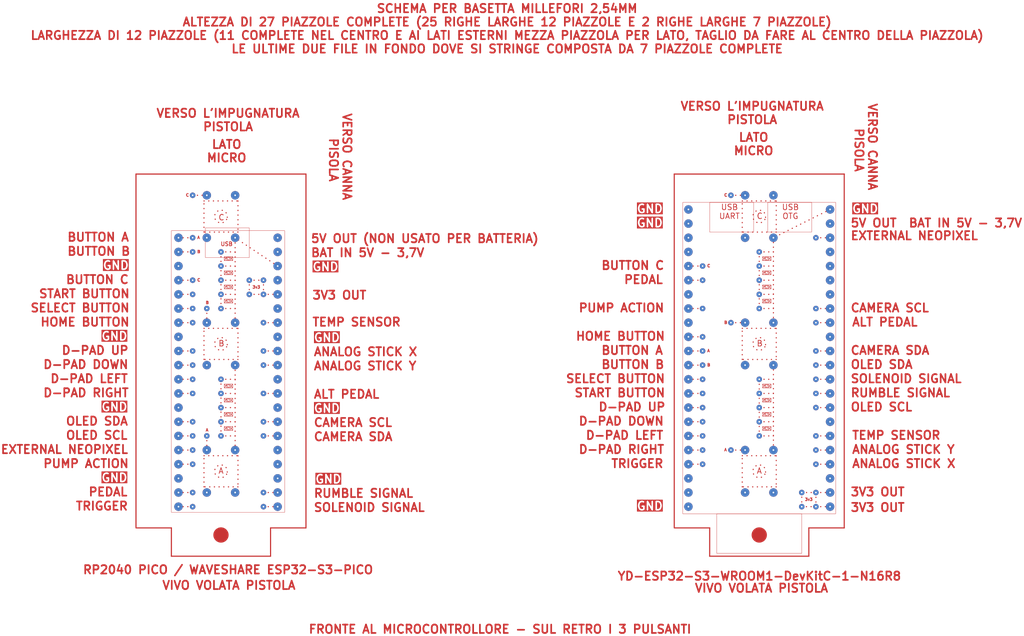
<source format=kicad_pcb>
(kicad_pcb
	(version 20241229)
	(generator "pcbnew")
	(generator_version "9.0")
	(general
		(thickness 1.6)
		(legacy_teardrops no)
	)
	(paper "A4")
	(title_block
		(comment 4 "AISLER Project ID: UDKLLJUE")
	)
	(layers
		(0 "F.Cu" signal)
		(2 "B.Cu" signal)
		(9 "F.Adhes" user "F.Adhesive")
		(11 "B.Adhes" user "B.Adhesive")
		(13 "F.Paste" user)
		(15 "B.Paste" user)
		(5 "F.SilkS" user "F.Silkscreen")
		(7 "B.SilkS" user "B.Silkscreen")
		(1 "F.Mask" user)
		(3 "B.Mask" user)
		(17 "Dwgs.User" user "User.Drawings")
		(19 "Cmts.User" user "User.Comments")
		(21 "Eco1.User" user "User.Eco1")
		(23 "Eco2.User" user "User.Eco2")
		(25 "Edge.Cuts" user)
		(27 "Margin" user)
		(31 "F.CrtYd" user "F.Courtyard")
		(29 "B.CrtYd" user "B.Courtyard")
		(35 "F.Fab" user)
		(33 "B.Fab" user)
		(39 "User.1" user)
		(41 "User.2" user)
		(43 "User.3" user)
		(45 "User.4" user)
	)
	(setup
		(stackup
			(layer "F.SilkS"
				(type "Top Silk Screen")
			)
			(layer "F.Paste"
				(type "Top Solder Paste")
			)
			(layer "F.Mask"
				(type "Top Solder Mask")
				(thickness 0.01)
			)
			(layer "F.Cu"
				(type "copper")
				(thickness 0.035)
			)
			(layer "dielectric 1"
				(type "core")
				(thickness 1.51)
				(material "FR4")
				(epsilon_r 4.5)
				(loss_tangent 0.02)
			)
			(layer "B.Cu"
				(type "copper")
				(thickness 0.035)
			)
			(layer "B.Mask"
				(type "Bottom Solder Mask")
				(thickness 0.01)
			)
			(layer "B.Paste"
				(type "Bottom Solder Paste")
			)
			(layer "B.SilkS"
				(type "Bottom Silk Screen")
			)
			(copper_finish "None")
			(dielectric_constraints no)
		)
		(pad_to_mask_clearance 0)
		(allow_soldermask_bridges_in_footprints no)
		(tenting front back)
		(pcbplotparams
			(layerselection 0x00000000_00000000_55555555_5755f5ff)
			(plot_on_all_layers_selection 0x00000000_00000000_00000000_00000000)
			(disableapertmacros no)
			(usegerberextensions no)
			(usegerberattributes yes)
			(usegerberadvancedattributes yes)
			(creategerberjobfile yes)
			(dashed_line_dash_ratio 12.000000)
			(dashed_line_gap_ratio 3.000000)
			(svgprecision 4)
			(plotframeref no)
			(mode 1)
			(useauxorigin no)
			(hpglpennumber 1)
			(hpglpenspeed 20)
			(hpglpendiameter 15.000000)
			(pdf_front_fp_property_popups yes)
			(pdf_back_fp_property_popups yes)
			(pdf_metadata yes)
			(pdf_single_document no)
			(dxfpolygonmode yes)
			(dxfimperialunits yes)
			(dxfusepcbnewfont yes)
			(psnegative no)
			(psa4output no)
			(plot_black_and_white yes)
			(sketchpadsonfab no)
			(plotpadnumbers no)
			(hidednponfab no)
			(sketchdnponfab yes)
			(crossoutdnponfab yes)
			(subtractmaskfromsilk no)
			(outputformat 1)
			(mirror no)
			(drillshape 1)
			(scaleselection 1)
			(outputdirectory "")
		)
	)
	(net 0 "")
	(gr_rect
		(start 194.056 69.85)
		(end 201.93 75.184)
		(stroke
			(width 0.0508)
			(type solid)
		)
		(fill no)
		(layer "F.Cu")
		(uuid "034b058b-3b4d-4645-aa84-3dec54b7922d")
	)
	(gr_line
		(start 195.072 76.2)
		(end 195.072 91.44)
		(stroke
			(width 0.2)
			(type dot)
		)
		(layer "F.Cu")
		(uuid "03915a33-373b-419a-8d2c-3b0c5daf47f8")
	)
	(gr_line
		(start 90.932 114.3)
		(end 88.392 114.3)
		(stroke
			(width 0.2)
			(type dot)
		)
		(layer "F.Cu")
		(uuid "064efc5f-8f0e-418c-9dd9-f9858c81dbcf")
	)
	(gr_line
		(start 179.832 114.3)
		(end 182.372 114.3)
		(stroke
			(width 0.2)
			(type dot)
		)
		(layer "F.Cu")
		(uuid "0ccf63b6-5051-45ef-b6ae-67a24a546a8f")
	)
	(gr_line
		(start 192.532 109.22)
		(end 195.072 109.22)
		(stroke
			(width 0.2)
			(type dot)
		)
		(layer "F.Cu")
		(uuid "0ed5a86e-0f2c-4461-9135-5ef55200a161")
	)
	(gr_line
		(start 103.632 109.22)
		(end 106.172 109.22)
		(stroke
			(width 0.2)
			(type dot)
		)
		(layer "F.Cu")
		(uuid "106958fb-ed9f-411f-8cfe-031424e3e06e")
	)
	(gr_line
		(start 103.632 104.14)
		(end 106.172 104.14)
		(stroke
			(width 0.2)
			(type dot)
		)
		(layer "F.Cu")
		(uuid "13ba28be-fc26-426b-9244-08a48de54b11")
	)
	(gr_rect
		(start 189.484 115.316)
		(end 195.58 120.904)
		(stroke
			(width 0.2)
			(type dot)
		)
		(fill no)
		(layer "F.Cu")
		(uuid "1427bf43-4a2e-44bf-bcc5-8501c717e6ba")
	)
	(gr_line
		(start 101.092 86.36)
		(end 101.092 83.82)
		(stroke
			(width 0.2)
			(type dot)
		)
		(layer "F.Cu")
		(uuid "154692f9-6b99-4d22-a715-ea9f74f186e3")
	)
	(gr_circle
		(center 96.012 72.39)
		(end 97.028 72.898)
		(stroke
			(width 0.2)
			(type dot)
		)
		(fill no)
		(layer "F.Cu")
		(uuid "16988fe8-83a2-4048-8465-83b37a1b24fe")
	)
	(gr_line
		(start 177.292 128.143)
		(end 177.292 64.77)
		(stroke
			(width 0.2)
			(type default)
		)
		(layer "F.Cu")
		(uuid "173c21c5-88b3-4b4b-8098-d37ce15cc9d9")
	)
	(gr_line
		(start 192.532 81.28)
		(end 195.072 81.28)
		(stroke
			(width 0.2)
			(type dot)
		)
		(layer "F.Cu")
		(uuid "1808bfe6-1130-4a91-9160-c87525249141")
	)
	(gr_line
		(start 103.632 99.06)
		(end 106.172 99.06)
		(stroke
			(width 0.2)
			(type dot)
		)
		(layer "F.Cu")
		(uuid "1e01bc9d-42ae-448a-ae10-e7a1097fa1ae")
	)
	(gr_line
		(start 90.932 109.22)
		(end 88.392 109.22)
		(stroke
			(width 0.2)
			(type dot)
		)
		(layer "F.Cu")
		(uuid "1f821425-77a6-4350-b162-186f5524c849")
	)
	(gr_line
		(start 87.122 133.35)
		(end 104.902 133.35)
		(stroke
			(width 0.2)
			(type default)
		)
		(layer "F.Cu")
		(uuid "204f83fa-1cee-4835-a618-a7a5ba150b39")
	)
	(gr_line
		(start 200.152 121.92)
		(end 202.692 121.92)
		(stroke
			(width 0.2)
			(type dot)
		)
		(layer "F.Cu")
		(uuid "21f660e7-b8fc-42c2-8c45-6ba17b41148d")
	)
	(gr_rect
		(start 92.964 115.316)
		(end 99.06 120.904)
		(stroke
			(width 0.2)
			(type dot)
		)
		(fill no)
		(layer "F.Cu")
		(uuid "25050552-c865-49ab-a757-a60ed5f559f1")
	)
	(gr_line
		(start 106.172 81.28)
		(end 98.552 76.2)
		(stroke
			(width 0.2)
			(type dot)
		)
		(layer "F.Cu")
		(uuid "26de6edf-3b42-48fc-96ad-3e7de47900e3")
	)
	(gr_rect
		(start 183.642 69.85)
		(end 191.516 75.184)
		(stroke
			(width 0.0508)
			(type solid)
		)
		(fill no)
		(layer "F.Cu")
		(uuid "27de8467-cd75-4d8a-b286-997e48273a96")
	)
	(gr_rect
		(start 184.912 125.73)
		(end 200.152 132.842)
		(stroke
			(width 0.0508)
			(type solid)
		)
		(fill no)
		(layer "F.Cu")
		(uuid "28a883ac-e757-4119-9d40-b9165a4f00cf")
	)
	(gr_line
		(start 96.012 81.28)
		(end 98.552 81.28)
		(stroke
			(width 0.2)
			(type dot)
		)
		(layer "F.Cu")
		(uuid "28d753b8-a332-42a5-9d64-7f0f6fb1ab41")
	)
	(gr_line
		(start 202.692 99.06)
		(end 205.232 99.06)
		(stroke
			(width 0.2)
			(type dot)
		)
		(layer "F.Cu")
		(uuid "2dbd8409-2259-4e02-af2f-a02634210dad")
	)
	(gr_line
		(start 202.692 76.2)
		(end 205.232 76.2)
		(stroke
			(width 0.2)
			(type dot)
		)
		(layer "F.Cu")
		(uuid "303e85f7-0471-4957-be9d-5063539de3dc")
	)
	(gr_line
		(start 192.532 78.74)
		(end 195.072 78.74)
		(stroke
			(width 0.2)
			(type dot)
		)
		(layer "F.Cu")
		(uuid "304f7190-b18a-48d1-9cff-0004ea67317e")
	)
	(gr_rect
		(start 189.484 69.596)
		(end 195.58 75.184)
		(stroke
			(width 0.2)
			(type dot)
		)
		(fill no)
		(layer "F.Cu")
		(uuid "364abd18-c244-4281-be5c-15680745ef11")
	)
	(gr_line
		(start 103.632 96.52)
		(end 106.172 96.52)
		(stroke
			(width 0.2)
			(type dot)
		)
		(layer "F.Cu")
		(uuid "39bfab93-01b6-4a08-952e-3001be87b2bb")
	)
	(gr_line
		(start 177.292 64.77)
		(end 207.772 64.77)
		(stroke
			(width 0.2)
			(type default)
		)
		(layer "F.Cu")
		(uuid "3a2e79a2-3750-420a-b5ec-6673d4969d3f")
	)
	(gr_line
		(start 101.092 86.36)
		(end 103.632 86.36)
		(stroke
			(width 0.2)
			(type dot)
		)
		(layer "F.Cu")
		(uuid "3ac06c13-e36f-4d1e-8c54-4762395a3e01")
	)
	(gr_line
		(start 192.532 111.76)
		(end 195.072 111.76)
		(stroke
			(width 0.2)
			(type dot)
		)
		(layer "F.Cu")
		(uuid "3b37a8ef-63ec-4675-8b16-146690a9b3de")
	)
	(gr_circle
		(center 96.012 118.11)
		(end 97.028 118.618)
		(stroke
			(width 0.2)
			(type dot)
		)
		(fill no)
		(layer "F.Cu")
		(uuid "3c35ca88-d4b2-48e3-9e59-bea1fb1d1139")
	)
	(gr_line
		(start 96.012 101.6)
		(end 98.552 101.6)
		(stroke
			(width 0.2)
			(type dot)
		)
		(layer "F.Cu")
		(uuid "3d2b6c1e-c007-41c7-a055-5666cc2b3bce")
	)
	(gr_line
		(start 202.692 91.44)
		(end 205.232 91.44)
		(stroke
			(width 0.2)
			(type dot)
		)
		(layer "F.Cu")
		(uuid "3da4f407-bceb-46c2-9997-e09e47045230")
	)
	(gr_rect
		(start 93.218 74.422)
		(end 101.092 79.756)
		(stroke
			(width 0.0508)
			(type solid)
		)
		(fill no)
		(layer "F.Cu")
		(uuid "43f2eff2-72e4-49c6-ae9b-deed9790599c")
	)
	(gr_line
		(start 202.692 106.68)
		(end 205.232 106.68)
		(stroke
			(width 0.2)
			(type dot)
		)
		(layer "F.Cu")
		(uuid "443a881f-66b3-4125-8f27-6df9a60aa93f")
	)
	(gr_line
		(start 90.932 99.06)
		(end 88.392 99.06)
		(stroke
			(width 0.2)
			(type dot)
		)
		(layer "F.Cu")
		(uuid "45cd50a4-f17a-4460-b8fc-8d8ff6012573")
	)
	(gr_line
		(start 179.832 106.68)
		(end 182.372 106.68)
		(stroke
			(width 0.2)
			(type dot)
		)
		(layer "F.Cu")
		(uuid "46b88b17-b933-41d2-8c78-106a178e5fbe")
	)
	(gr_line
		(start 202.692 111.76)
		(end 205.232 111.76)
		(stroke
			(width 0.2)
			(type dot)
		)
		(layer "F.Cu")
		(uuid "46fa7fbb-1f63-4480-94f5-73d1d5b501e2")
	)
	(gr_circle
		(center 192.532 118.11)
		(end 193.548 118.618)
		(stroke
			(width 0.2)
			(type dot)
		)
		(fill no)
		(layer "F.Cu")
		(uuid "49c993dd-cb4d-423a-92a6-ec2fcad9e8c2")
	)
	(gr_line
		(start 192.532 104.14)
		(end 195.072 104.14)
		(stroke
			(width 0.2)
			(type dot)
		)
		(layer "F.Cu")
		(uuid "4e271a91-470e-41a4-a733-92db7ef87ca4")
	)
	(gr_line
		(start 90.932 124.46)
		(end 88.392 124.46)
		(stroke
			(width 0.2)
			(type dot)
		)
		(layer "F.Cu")
		(uuid "50f4b596-121b-478a-b2fe-de7588a6b96d")
	)
	(gr_line
		(start 80.772 64.77)
		(end 111.252 64.77)
		(stroke
			(width 0.2)
			(type default)
		)
		(layer "F.Cu")
		(uuid "51d01427-ca92-414e-9d4b-2cc3b953e2f0")
	)
	(gr_line
		(start 87.122 128.27)
		(end 87.122 133.35)
		(stroke
			(width 0.2)
			(type default)
		)
		(layer "F.Cu")
		(uuid "52dfd38a-c9bd-4d58-9a4a-e82cec3ddec8")
	)
	(gr_line
		(start 179.832 81.28)
		(end 182.372 81.28)
		(stroke
			(width 0.2)
			(type dot)
		)
		(layer "F.Cu")
		(uuid "542e7502-f855-4561-baba-837b04c667e3")
	)
	(gr_line
		(start 90.932 91.44)
		(end 88.392 91.44)
		(stroke
			(width 0.2)
			(type dot)
		)
		(layer "F.Cu")
		(uuid "579e90c6-162f-4825-8c3c-3e498b878112")
	)
	(gr_line
		(start 90.932 116.84)
		(end 88.392 116.84)
		(stroke
			(width 0.2)
			(type dot)
		)
		(layer "F.Cu")
		(uuid "5b4a05f9-0ac4-448f-8af7-8fe837be777f")
	)
	(gr_line
		(start 192.532 101.6)
		(end 195.072 101.6)
		(stroke
			(width 0.2)
			(type dot)
		)
		(layer "F.Cu")
		(uuid "5ce6b92c-5be6-4be7-ab67-43341e1c242b")
	)
	(gr_line
		(start 96.012 111.76)
		(end 98.552 111.76)
		(stroke
			(width 0.2)
			(type dot)
		)
		(layer "F.Cu")
		(uuid "5e157244-888f-4fa1-bc17-902fd72c62c9")
	)
	(gr_line
		(start 200.152 124.46)
		(end 200.152 121.92)
		(stroke
			(width 0.2)
			(type dot)
		)
		(layer "F.Cu")
		(uuid "61056250-9227-43a2-b5f9-1751f5fd7e1d")
	)
	(gr_line
		(start 90.932 86.36)
		(end 88.392 86.36)
		(stroke
			(width 0.2)
			(type dot)
		)
		(layer "F.Cu")
		(uuid "613e6e8f-bd00-4a99-8c86-718be7b8f892")
	)
	(gr_line
		(start 103.632 86.36)
		(end 106.172 86.36)
		(stroke
			(width 0.2)
			(type dot)
		)
		(layer "F.Cu")
		(uuid "65803e61-5a73-4343-920c-d87bbdf97d5e")
	)
	(gr_line
		(start 202.692 88.9)
		(end 205.232 88.9)
		(stroke
			(width 0.2)
			(type dot)
		)
		(layer "F.Cu")
		(uuid "68f43564-9762-4380-a282-2ba713f616e0")
	)
	(gr_line
		(start 90.932 101.6)
		(end 88.392 101.6)
		(stroke
			(width 0.2)
			(type dot)
		)
		(layer "F.Cu")
		(uuid "6a75b686-12d1-44b8-a676-e5bcd5ed4c59")
	)
	(gr_line
		(start 179.832 111.76)
		(end 182.372 111.76)
		(stroke
			(width 0.2)
			(type dot)
		)
		(layer "F.Cu")
		(uuid "6bfa0b76-4414-4381-ab16-56a32a407355")
	)
	(gr_line
		(start 179.832 104.14)
		(end 182.372 104.14)
		(stroke
			(width 0.2)
			(type dot)
		)
		(layer "F.Cu")
		(uuid "6da2bf4b-baa6-48b5-bc28-560676c442eb")
	)
	(gr_line
		(start 96.012 101.6)
		(end 96.012 111.76)
		(stroke
			(width 0.2)
			(type dot)
		)
		(layer "F.Cu")
		(uuid "6e6d7f75-cc38-422c-b335-16583351b56b")
	)
	(gr_line
		(start 103.632 91.44)
		(end 106.172 91.44)
		(stroke
			(width 0.2)
			(type dot)
		)
		(layer "F.Cu")
		(uuid "70d52306-81ad-4ac1-ae85-d9f11692aa1f")
	)
	(gr_rect
		(start 92.964 92.456)
		(end 99.06 98.044)
		(stroke
			(width 0.2)
			(type dot)
		)
		(fill no)
		(layer "F.Cu")
		(uuid "741cf0cf-1b02-4024-b425-054d42fa91c0")
	)
	(gr_line
		(start 187.452 91.44)
		(end 189.992 91.44)
		(stroke
			(width 0.2)
			(type dot)
		)
		(layer "F.Cu")
		(uuid "79419052-f692-42a4-9ca8-cd50dd545bff")
	)
	(gr_line
		(start 103.632 124.46)
		(end 106.172 124.46)
		(stroke
			(width 0.2)
			(type dot)
		)
		(layer "F.Cu")
		(uuid "79f8b87d-7984-4fac-879a-a326ccb8aa1a")
	)
	(gr_line
		(start 93.472 111.76)
		(end 93.472 114.3)
		(stroke
			(width 0.2)
			(type dot)
		)
		(layer "F.Cu")
		(uuid "7dd86d06-4088-48af-9bbe-9b15601389cf")
	)
	(gr_line
		(start 104.902 128.27)
		(end 104.902 133.35)
		(stroke
			(width 0.2)
			(type default)
		)
		(layer "F.Cu")
		(uuid "80950818-705f-4b73-beda-607d7dc3c4d0")
	)
	(gr_line
		(start 90.932 88.9)
		(end 88.392 88.9)
		(stroke
			(width 0.2)
			(type dot)
		)
		(layer "F.Cu")
		(uuid "81857a28-296d-4aa2-9344-81fb36261695")
	)
	(gr_line
		(start 90.932 68.58)
		(end 93.472 68.58)
		(stroke
			(width 0.2)
			(type dot)
		)
		(layer "F.Cu")
		(uuid "846a5559-35c2-4fcf-8e5c-9118daf592a9")
	)
	(gr_line
		(start 179.832 101.6)
		(end 182.372 101.6)
		(stroke
			(width 0.2)
			(type dot)
		)
		(layer "F.Cu")
		(uuid "8577b5e8-bda7-4303-b418-4b343b43f061")
	)
	(gr_line
		(start 187.452 114.3)
		(end 189.992 114.3)
		(stroke
			(width 0.2)
			(type dot)
		)
		(layer "F.Cu")
		(uuid "883434e2-93cd-44d1-80f0-b2fa9da8b1c6")
	)
	(gr_line
		(start 96.012 109.22)
		(end 98.552 109.22)
		(stroke
			(width 0.2)
			(type dot)
		)
		(layer "F.Cu")
		(uuid "88a5dbb4-f983-42af-ab40-4f3006e44fea")
	)
	(gr_circle
		(center 96.012 95.25)
		(end 97.028 95.758)
		(stroke
			(width 0.2)
			(type dot)
		)
		(fill no)
		(layer "F.Cu")
		(uuid "8ba510ef-6654-4125-ab65-be6b1e4ccd94")
	)
	(gr_circle
		(center 96.012 129.54)
		(end 97.028 130.302)
		(stroke
			(width 0.2)
			(type solid)
		)
		(fill yes)
		(layer "F.Cu")
		(uuid "8bdd05fa-7273-4a28-adcf-d5e55f136d24")
	)
	(gr_line
		(start 98.552 114.3)
		(end 98.552 99.06)
		(stroke
			(width 0.2)
			(type dot)
		)
		(layer "F.Cu")
		(uuid "8d99c1c8-2429-4542-80a3-1bfcb15abd9c")
	)
	(gr_line
		(start 202.692 121.92)
		(end 205.232 121.92)
		(stroke
			(width 0.2)
			(type dot)
		)
		(layer "F.Cu")
		(uuid "8ef4b859-6300-4bc7-b2fb-5f649d44db98")
	)
	(gr_line
		(start 202.692 124.46)
		(end 205.232 124.46)
		(stroke
			(width 0.2)
			(type dot)
		)
		(layer "F.Cu")
		(uuid "8f712f0a-f40d-4fea-9125-743d340d1b11")
	)
	(gr_line
		(start 187.452 68.58)
		(end 189.992 68.58)
		(stroke
			(width 0.2)
			(type dot)
		)
		(layer "F.Cu")
		(uuid "912d3a31-b68d-4944-bf64-b728f7027619")
	)
	(gr_line
		(start 179.832 83.82)
		(end 182.372 83.82)
		(stroke
			(width 0.2)
			(type dot)
		)
		(layer "F.Cu")
		(uuid "92f79178-81cf-4885-a8fc-64afce174f7a")
	)
	(gr_line
		(start 192.532 106.68)
		(end 195.072 106.68)
		(stroke
			(width 0.2)
			(type dot)
		)
		(layer "F.Cu")
		(uuid "95ce32c1-49e8-4a02-b8a5-5284e330d004")
	)
	(gr_line
		(start 96.012 106.68)
		(end 98.552 106.68)
		(stroke
			(width 0.2)
			(type dot)
		)
		(layer "F.Cu")
		(uuid "95f9e0a3-8073-4ec8-b6f4-d6838b218b7c")
	)
	(gr_line
		(start 90.932 83.82)
		(end 88.392 83.82)
		(stroke
			(width 0.2)
			(type dot)
		)
		(layer "F.Cu")
		(uuid "9ca8ea38-09d2-4a69-92d4-592d0be95f31")
	)
	(gr_line
		(start 202.692 116.84)
		(end 205.232 116.84)
		(stroke
			(width 0.2)
			(type dot)
		)
		(layer "F.Cu")
		(uuid "9efe4e13-aef8-4812-bf1c-3c57ae2748e0")
	)
	(gr_line
		(start 179.832 93.98)
		(end 182.372 93.98)
		(stroke
			(width 0.2)
			(type dot)
		)
		(layer "F.Cu")
		(uuid "9fbb6c62-27d6-4fad-a8a6-04aa0d4b4779")
	)
	(gr_line
		(start 179.832 116.84)
		(end 182.372 116.84)
		(stroke
			(width 0.2)
			(type dot)
		)
		(layer "F.Cu")
		(uuid "a0c9146c-c607-49c8-a8c7-28205b1a13ce")
	)
	(gr_line
		(start 202.692 96.52)
		(end 205.232 96.52)
		(stroke
			(width 0.2)
			(type dot)
		)
		(layer "F.Cu")
		(uuid "a33cb1c3-f83c-4dea-9a77-9270133da6b8")
	)
	(gr_line
		(start 90.932 78.74)
		(end 88.392 78.74)
		(stroke
			(width 0.2)
			(type dot)
		)
		(layer "F.Cu")
		(uuid "a6425766-c55d-47d7-aa68-f45ef5cb6258")
	)
	(gr_line
		(start 90.932 104.14)
		(end 88.392 104.14)
		(stroke
			(width 0.2)
			(type dot)
		)
		(layer "F.Cu")
		(uuid "a66da637-e91a-4e3d-8891-855a7d0de9f6")
	)
	(gr_line
		(start 80.772 128.27)
		(end 87.122 128.27)
		(stroke
			(width 0.2)
			(type default)
		)
		(layer "F.Cu")
		(uuid "a6d788d2-3aa5-4807-aee5-17ebba6fc227")
	)
	(gr_line
		(start 93.472 88.9)
		(end 93.472 91.44)
		(stroke
			(width 0.2)
			(type dot)
		)
		(layer "F.Cu")
		(uuid "a84771fd-122e-4dd3-8c0a-ad530599d994")
	)
	(gr_line
		(start 96.012 88.9)
		(end 98.552 88.9)
		(stroke
			(width 0.2)
			(type dot)
		)
		(layer "F.Cu")
		(uuid "a9d65e29-2ea8-4619-b164-230a95467e02")
	)
	(gr_rect
		(start 178.816 69.85)
		(end 206.248 125.73)
		(stroke
			(width 0.0508)
			(type solid)
		)
		(fill no)
		(layer "F.Cu")
		(uuid "ac39bbc7-de8a-4775-a03f-535a592cd578")
	)
	(gr_circle
		(center 192.532 129.54)
		(end 193.548 130.302)
		(stroke
			(width 0.2)
			(type solid)
		)
		(fill yes)
		(layer "F.Cu")
		(uuid "b035b788-6490-4dbd-9d5e-d9f4bad24865")
	)
	(gr_line
		(start 192.532 83.82)
		(end 195.072 83.82)
		(stroke
			(width 0.2)
			(type dot)
		)
		(layer "F.Cu")
		(uuid "b0c51d20-b6f9-420e-a0cc-947ec9fc9d1a")
	)
	(gr_line
		(start 80.772 128.143)
		(end 80.772 64.77)
		(stroke
			(width 0.2)
			(type default)
		)
		(layer "F.Cu")
		(uuid "b39c5fb0-0d97-4a1c-a706-022aed9a562e")
	)
	(gr_line
		(start 111.252 64.77)
		(end 111.252 128.27)
		(stroke
			(width 0.2)
			(type default)
		)
		(layer "F.Cu")
		(uuid "b3bf2f70-1070-44f4-803e-15b771e29724")
	)
	(gr_line
		(start 111.252 128.27)
		(end 104.902 128.27)
		(stroke
			(width 0.2)
			(type default)
		)
		(layer "F.Cu")
		(uuid "b5f772ff-dd48-406b-84f2-350acb9aedbf")
	)
	(gr_line
		(start 205.232 71.12)
		(end 195.072 76.2)
		(stroke
			(width 0.2)
			(type dot)
		)
		(layer "F.Cu")
		(uuid "b8a69961-b42e-46ba-b9f9-48f6313962a8")
	)
	(gr_line
		(start 90.932 121.92)
		(end 88.392 121.92)
		(stroke
			(width 0.2)
			(type dot)
		)
		(layer "F.Cu")
		(uuid "b92ed116-2cf4-4048-81f8-a2f90f048dcc")
	)
	(gr_line
		(start 202.692 114.3)
		(end 205.232 114.3)
		(stroke
			(width 0.2)
			(type dot)
		)
		(layer "F.Cu")
		(uuid "bc773bbd-3146-4b2d-883a-4452cc8c9604")
	)
	(gr_line
		(start 207.772 128.27)
		(end 201.422 128.27)
		(stroke
			(width 0.2)
			(type default)
		)
		(layer "F.Cu")
		(uuid "bef01325-8980-40e6-af76-1ac56ad4acc0")
	)
	(gr_line
		(start 101.092 83.82)
		(end 103.632 83.82)
		(stroke
			(width 0.2)
			(type dot)
		)
		(layer "F.Cu")
		(uuid "bf3ba9ea-d0fd-45a8-b113-ba24580a51b6")
	)
	(gr_line
		(start 96.012 78.74)
		(end 96.012 88.9)
		(stroke
			(width 0.2)
			(type dot)
		)
		(layer "F.Cu")
		(uuid "c095b26a-cd97-46b0-a712-a42e77fe3262")
	)
	(gr_line
		(start 195.072 99.06)
		(end 195.072 114.3)
		(stroke
			(width 0.2)
			(type dot)
		)
		(layer "F.Cu")
		(uuid "c122c416-952b-4fb0-ac66-850ac35abb8c")
	)
	(gr_line
		(start 201.422 128.27)
		(end 201.422 133.35)
		(stroke
			(width 0.2)
			(type default)
		)
		(layer "F.Cu")
		(uuid "c41c7217-e065-4095-a5c8-456058c6466f")
	)
	(gr_line
		(start 90.932 111.76)
		(end 88.392 111.76)
		(stroke
			(width 0.2)
			(type dot)
		)
		(layer "F.Cu")
		(uuid "c4c0c517-24bd-4b7c-8fbb-86ddbe583af2")
	)
	(gr_line
		(start 98.552 91.44)
		(end 98.552 76.2)
		(stroke
			(width 0.2)
			(type dot)
		)
		(layer "F.Cu")
		(uuid "c6aaf2d3-6712-4abd-b60f-93237db925b8")
	)
	(gr_line
		(start 183.642 133.35)
		(end 201.422 133.35)
		(stroke
			(width 0.2)
			(type default)
		)
		(layer "F.Cu")
		(uuid "c8b34f0e-060f-4960-a0da-673bf926732c")
	)
	(gr_line
		(start 192.532 88.9)
		(end 195.072 88.9)
		(stroke
			(width 0.2)
			(type dot)
		)
		(layer "F.Cu")
		(uuid "cb5b245f-74d2-4572-8980-72c96a9725f8")
	)
	(gr_rect
		(start 87.122 74.93)
		(end 107.442 125.476)
		(stroke
			(width 0.0508)
			(type solid)
		)
		(fill no)
		(layer "F.Cu")
		(uuid "cf23abeb-48d2-4277-97ce-efde61d660e1")
	)
	(gr_rect
		(start 92.964 69.596)
		(end 99.06 75.184)
		(stroke
			(width 0.2)
			(type dot)
		)
		(fill no)
		(layer "F.Cu")
		(uuid "cf2ee4df-7f28-4472-8065-e8e27bf5f42a")
	)
	(gr_line
		(start 207.772 64.77)
		(end 207.772 128.27)
		(stroke
			(width 0.2)
			(type default)
		)
		(layer "F.Cu")
		(uuid "d1f25ead-b0f2-42c2-9e74-8fc341cae654")
	)
	(gr_line
		(start 103.632 86.36)
		(end 103.632 83.82)
		(stroke
			(width 0.2)
			(type dot)
		)
		(layer "F.Cu")
		(uuid "d3d620a4-7d0e-4247-b2b0-8b2d69ac2e6b")
	)
	(gr_line
		(start 90.932 76.2)
		(end 88.392 76.2)
		(stroke
			(width 0.2)
			(type dot)
		)
		(layer "F.Cu")
		(uuid "d78104f2-6083-4e44-a3b9-5c3d5fecdc08")
	)
	(gr_line
		(start 192.532 78.74)
		(end 192.532 88.9)
		(stroke
			(width 0.2)
			(type dot)
		)
		(layer "F.Cu")
		(uuid "d8788ca1-c04f-4e8d-9e7a-0adfddc4b3ba")
	)
	(gr_line
		(start 192.532 111.76)
		(end 192.532 101.6)
		(stroke
			(width 0.2)
			(type dot)
		)
		(layer "F.Cu")
		(uuid "d92dc2a1-bb36-4e91-8613-308cd5aac69c")
	)
	(gr_line
		(start 103.632 111.76)
		(end 106.172 111.76)
		(stroke
			(width 0.2)
			(type dot)
		)
		(layer "F.Cu")
		(uuid "dd963185-0790-4466-86c1-a0ad687ffb57")
	)
	(gr_line
		(start 90.932 96.52)
		(end 88.392 96.52)
		(stroke
			(width 0.2)
			(type dot)
		)
		(layer "F.Cu")
		(uuid "de2457d7-7587-4a7c-9d7c-f089812bd981")
	)
	(gr_line
		(start 183.642 128.27)
		(end 183.642 133.35)
		(stroke
			(width 0.2)
			(type default)
		)
		(layer "F.Cu")
		(uuid "e0991fdf-8c30-4b9c-94e5-3b2f9dff5e15")
	)
	(gr_line
		(start 179.832 96.52)
		(end 182.372 96.52)
		(stroke
			(width 0.2)
			(type dot)
		)
		(layer "F.Cu")
		(uuid "e1106195-1bc9-44cb-8260-525608bb8174")
	)
	(gr_line
		(start 96.012 104.14)
		(end 98.552 104.14)
		(stroke
			(width 0.2)
			(type dot)
		)
		(layer "F.Cu")
		(uuid "e26eb1b2-1c0e-47a1-96bd-52983bd94e42")
	)
	(gr_circle
		(center 192.532 72.39)
		(end 193.548 72.898)
		(stroke
			(width 0.2)
			(type dot)
		)
		(fill no)
		(layer "F.Cu")
		(uuid "e27ca10c-f614-41de-bae9-800b3ffccedf")
	)
	(gr_line
		(start 202.692 104.14)
		(end 205.232 104.14)
		(stroke
			(width 0.2)
			(type dot)
		)
		(layer "F.Cu")
		(uuid "e447b18e-af46-4fe7-b076-4bea17b3d684")
	)
	(gr_line
		(start 96.012 83.82)
		(end 98.552 83.82)
		(stroke
			(width 0.2)
			(type dot)
		)
		(layer "F.Cu")
		(uuid "e57ef2c1-230b-41b4-9d70-c4f69c4cd2c4")
	)
	(gr_line
		(start 202.692 121.92)
		(end 202.692 124.46)
		(stroke
			(width 0.2)
			(type dot)
		)
		(layer "F.Cu")
		(uuid "e73d4e66-d2c2-4bf2-9401-d232b070558f")
	)
	(gr_line
		(start 177.292 128.27)
		(end 183.642 128.27)
		(stroke
			(width 0.2)
			(type default)
		)
		(layer "F.Cu")
		(uuid "e752ebd7-7f27-4f4a-8ffc-15554f80de43")
	)
	(gr_line
		(start 96.012 78.74)
		(end 98.552 78.74)
		(stroke
			(width 0.2)
			(type dot)
		)
		(layer "F.Cu")
		(uuid "e920c999-8889-4f3c-8f84-db5c13c40f57")
	)
	(gr_line
		(start 96.012 86.36)
		(end 98.552 86.36)
		(stroke
			(width 0.2)
			(type dot)
		)
		(layer "F.Cu")
		(uuid "eb2db098-f120-4743-a5af-9d5d67ba0975")
	)
	(gr_line
		(start 179.832 88.9)
		(end 182.372 88.9)
		(stroke
			(width 0.2)
			(type dot)
		)
		(layer "F.Cu")
		(uuid "ed790fb1-d956-4469-bf83-df112b9c6f66")
	)
	(gr_line
		(start 103.632 121.92)
		(end 106.172 121.92)
		(stroke
			(width 0.2)
			(type dot)
		)
		(layer "F.Cu")
		(uuid "f354d4d7-c91b-451c-82fa-1f811e02c989")
	)
	(gr_line
		(start 202.692 101.6)
		(end 205.232 101.6)
		(stroke
			(width 0.2)
			(type dot)
		)
		(layer "F.Cu")
		(uuid "f4b3afde-4478-4f36-82b8-f0d06ceefe9a")
	)
	(gr_line
		(start 179.832 99.06)
		(end 182.372 99.06)
		(stroke
			(width 0.2)
			(type dot)
		)
		(layer "F.Cu")
		(uuid "f4ecc113-a7da-4c61-9336-6ce9c415abce")
	)
	(gr_rect
		(start 189.484 92.456)
		(end 195.58 98.044)
		(stroke
			(width 0.2)
			(type dot)
		)
		(fill no)
		(layer "F.Cu")
		(uuid "f519850d-b9c2-46a2-9da2-c52d2ff855ac")
	)
	(gr_line
		(start 192.532 86.36)
		(end 195.072 86.36)
		(stroke
			(width 0.2)
			(type dot)
		)
		(layer "F.Cu")
		(uuid "f603f3a9-0215-489e-b082-6a58cd6f1abf")
	)
	(gr_line
		(start 202.692 124.46)
		(end 200.152 124.46)
		(stroke
			(width 0.2)
			(type dot)
		)
		(layer "F.Cu")
		(uuid "f7a58666-15eb-44b8-9f9b-bc0f568616ed")
	)
	(gr_circle
		(center 192.532 95.25)
		(end 193.548 95.758)
		(stroke
			(width 0.2)
			(type dot)
		)
		(fill no)
		(layer "F.Cu")
		(uuid "fd05cc01-f91a-4a1a-a8fc-a8e05631fbdd")
	)
	(gr_line
		(start 179.832 109.22)
		(end 182.372 109.22)
		(stroke
			(width 0.2)
			(type dot)
		)
		(layer "F.Cu")
		(uuid "ff8ac098-f97d-41f2-8ca6-6f9a760f56fb")
	)
	(gr_text "VERSO L'IMPUGNATURA\nPISTOLA"
		(at 97.282 57.15 0)
		(layer "F.Cu")
		(uuid "01018753-cfac-4cba-8e10-4ad99ecb1f6a")
		(effects
			(font
				(size 1.5 1.5)
				(thickness 0.3)
				(bold yes)
			)
			(justify bottom)
		)
	)
	(gr_text "ANALOG STICK Y"
		(at 209.042 115.062 0)
		(layer "F.Cu")
		(uuid "017a7629-4cef-4f9e-b27d-ec768c125c2b")
		(effects
			(font
				(size 1.5 1.5)
				(thickness 0.3)
				(bold yes)
			)
			(justify left bottom)
		)
	)
	(gr_text "GND"
		(at 112.522 107.696 0)
		(layer "F.Cu" knockout)
		(uuid "01e3e2a8-b423-4bea-93f0-60bb62595a1b")
		(effects
			(font
				(size 1.5 1.5)
				(thickness 0.3)
				(bold yes)
			)
			(justify left bottom)
		)
	)
	(gr_text "RP2040 PICO / WAVESHARE ESP32-S3-PICO"
		(at 97.282 136.652 0)
		(layer "F.Cu")
		(uuid "02fa9b5b-c0f9-4561-9ba4-104a6ac507c9")
		(effects
			(font
				(size 1.5 1.5)
				(thickness 0.3)
				(bold yes)
			)
			(justify bottom)
		)
	)
	(gr_text "GND"
		(at 112.522 94.996 0)
		(layer "F.Cu" knockout)
		(uuid "04b15784-26e4-41b0-afbb-4321c93d77e0")
		(effects
			(font
				(size 1.5 1.5)
				(thickness 0.3)
				(bold yes)
			)
			(justify left bottom)
		)
	)
	(gr_text "GND"
		(at 193.04 82.804 0)
		(layer "F.Cu" knockout)
		(uuid "04f500c5-292a-4438-a5a6-c166e9101b16")
		(effects
			(font
				(size 0.5 0.5)
				(thickness 0.125)
			)
			(justify left bottom)
		)
	)
	(gr_text "C"
		(at 91.694 84.074 0)
		(layer "F.Cu")
		(uuid "05c54987-3438-47db-b6ee-d109b26275e3")
		(effects
			(font
				(size 0.5 0.5)
				(thickness 0.125)
			)
			(justify left bottom)
		)
	)
	(gr_text "D-PAD RIGHT"
		(at 64.008 104.902 0)
		(layer "F.Cu")
		(uuid "06191f9a-0380-4076-8fa4-42d5e045198e")
		(effects
			(font
				(size 1.5 1.5)
				(thickness 0.3)
				(bold yes)
			)
			(justify left bottom)
		)
	)
	(gr_text "OLED SDA"
		(at 68.072 109.982 0)
		(layer "F.Cu")
		(uuid "085dec0e-ac38-4a89-a0b6-ba24e5626f54")
		(effects
			(font
				(size 1.5 1.5)
				(thickness 0.3)
				(bold yes)
			)
			(justify left bottom)
		)
	)
	(gr_text "VERSO L'IMPUGNATURA\nPISTOLA"
		(at 191.262 55.88 0)
		(layer "F.Cu")
		(uuid "0b5d96d0-12be-4036-8680-f671fd02104f")
		(effects
			(font
				(size 1.5 1.5)
				(thickness 0.3)
				(bold yes)
			)
			(justify bottom)
		)
	)
	(gr_text "OLED SCL"
		(at 68.072 112.522 0)
		(layer "F.Cu")
		(uuid "0c183d5e-96f4-4d65-81ec-b9c763d537c1")
		(effects
			(font
				(size 1.5 1.5)
				(thickness 0.3)
				(bold yes)
			)
			(justify left bottom)
		)
	)
	(gr_text "5V OUT"
		(at 208.788 74.422 0)
		(layer "F.Cu")
		(uuid "0c3c9ee8-6c0c-4380-8f0f-3d6c76a30aba")
		(effects
			(font
				(size 1.5 1.5)
				(thickness 0.3)
				(bold yes)
			)
			(justify left bottom)
		)
	)
	(gr_text "B"
		(at 183.134 99.314 0)
		(layer "F.Cu")
		(uuid "0f77af73-9369-4aff-908d-2c05124c82c3")
		(effects
			(font
				(size 0.5 0.5)
				(thickness 0.125)
			)
			(justify left bottom)
		)
	)
	(gr_text "D-PAD UP"
		(at 163.576 107.442 0)
		(layer "F.Cu")
		(uuid "10d7e233-41ea-41a7-8908-d480cfeec722")
		(effects
			(font
				(size 1.5 1.5)
				(thickness 0.3)
				(bold yes)
			)
			(justify left bottom)
		)
	)
	(gr_text "HOME BUTTON"
		(at 159.512 94.742 0)
		(layer "F.Cu")
		(uuid "1455d968-b124-43d4-a284-5050148c17a1")
		(effects
			(font
				(size 1.5 1.5)
				(thickness 0.3)
				(bold yes)
			)
			(justify left bottom)
		)
	)
	(gr_text "BUTTON C"
		(at 68.072 84.582 0)
		(layer "F.Cu")
		(uuid "152d6683-4a12-4261-83c6-21cfb813e1a8")
		(effects
			(font
				(size 1.5 1.5)
				(thickness 0.3)
				(bold yes)
			)
			(justify left bottom)
		)
	)
	(gr_text "D-PAD DOWN"
		(at 64.008 99.822 0)
		(layer "F.Cu")
		(uuid "15dee0f9-98fb-44e2-9525-d6eb6994fca7")
		(effects
			(font
				(size 1.5 1.5)
				(thickness 0.3)
				(bold yes)
			)
			(justify left bottom)
		)
	)
	(gr_text "D-PAD LEFT"
		(at 65.278 102.362 0)
		(layer "F.Cu")
		(uuid "17c9ff40-c8b6-4970-b3f6-73d50b22f49c")
		(effects
			(font
				(size 1.5 1.5)
				(thickness 0.3)
				(bold yes)
			)
			(justify left bottom)
		)
	)
	(gr_text "GND"
		(at 96.52 82.804 0)
		(layer "F.Cu" knockout)
		(uuid "1bb4e72a-2255-4610-926d-52a55654463d")
		(effects
			(font
				(size 0.5 0.5)
				(thickness 0.125)
			)
			(justify left bottom)
		)
	)
	(gr_text "TRIGGER"
		(at 69.85 125.222 0)
		(layer "F.Cu")
		(uuid "1fd6a8d5-5f49-4036-9f3a-d5a697e8919e")
		(effects
			(font
				(size 1.5 1.5)
				(thickness 0.3)
				(bold yes)
			)
			(justify left bottom)
		)
	)
	(gr_text "GND"
		(at 96.52 80.264 0)
		(layer "F.Cu" knockout)
		(uuid "20cdfa64-e8a3-412b-b85f-67e27976b45b")
		(effects
			(font
				(size 0.5 0.5)
				(thickness 0.125)
			)
			(justify left bottom)
		)
	)
	(gr_text "GND"
		(at 193.04 103.124 0)
		(layer "F.Cu" knockout)
		(uuid "21075dce-3942-45dc-ad48-0e027870e16d")
		(effects
			(font
				(size 0.5 0.5)
				(thickness 0.125)
			)
			(justify left bottom)
		)
	)
	(gr_text "3v3"
		(at 200.66 123.444 0)
		(layer "F.Cu")
		(uuid "21b5a58e-e908-4baa-a2dc-f64d8bcaddeb")
		(effects
			(font
				(size 0.5 0.5)
				(thickness 0.125)
			)
			(justify left bottom)
		)
	)
	(gr_text "TRIGGER"
		(at 165.862 117.602 0)
		(layer "F.Cu")
		(uuid "25b28866-5823-40e0-a375-c7047381e6e3")
		(effects
			(font
				(size 1.5 1.5)
				(thickness 0.3)
				(bold yes)
			)
			(justify left bottom)
		)
	)
	(gr_text "ANALOG STICK X"
		(at 112.522 97.536 0)
		(layer "F.Cu")
		(uuid "287373cd-b92b-4aa1-8342-d4ebc8862eaf")
		(effects
			(font
				(size 1.5 1.5)
				(thickness 0.3)
				(bold yes)
			)
			(justify left bottom)
		)
	)
	(gr_text "GND"
		(at 96.52 103.124 0)
		(layer "F.Cu" knockout)
		(uuid "2fbcdbc5-968b-477d-853b-17eed0566d14")
		(effects
			(font
				(size 0.5 0.5)
				(thickness 0.125)
			)
			(justify left bottom)
		)
	)
	(gr_text "VIVO VOLATA PISTOLA"
		(at 180.848 139.954 0)
		(layer "F.Cu")
		(uuid "3e530b1f-ec30-4592-8c28-d672a7763c5e")
		(effects
			(font
				(size 1.5 1.5)
				(thickness 0.3)
				(bold yes)
			)
			(justify left bottom)
		)
	)
	(gr_text "D-PAD UP"
		(at 67.31 97.282 0)
		(layer "F.Cu")
		(uuid "41dc78d8-f1d6-4efe-831c-1618c0a6d372")
		(effects
			(font
				(size 1.5 1.5)
				(thickness 0.3)
				(bold yes)
			)
			(justify left bottom)
		)
	)
	(gr_text "BUTTON B"
		(at 68.326 79.502 0)
		(layer "F.Cu")
		(uuid "445b2705-6e58-437e-80bf-a53da4982fa2")
		(effects
			(font
				(size 1.5 1.5)
				(thickness 0.3)
				(bold yes)
			)
			(justify left bottom)
		)
	)
	(gr_text "GND"
		(at 74.422 107.442 0)
		(layer "F.Cu" knockout)
		(uuid "488a57d9-a93f-4484-b4b1-d4391289690f")
		(effects
			(font
				(size 1.5 1.5)
				(thickness 0.3)
				(bold yes)
			)
			(justify left bottom)
		)
	)
	(gr_text "GND"
		(at 209.042 71.882 0)
		(layer "F.Cu" knockout)
		(uuid "49a338a3-e05d-4ac6-a7fe-e0d1af9e7d4e")
		(effects
			(font
				(size 1.5 1.5)
				(thickness 0.3)
				(bold yes)
			)
			(justify left bottom)
		)
	)
	(gr_text "PEDAL"
		(at 168.148 84.582 0)
		(layer "F.Cu")
		(uuid "4b236d29-ffba-4494-ba61-8ed732045324")
		(effects
			(font
				(size 1.5 1.5)
				(thickness 0.3)
				(bold yes)
			)
			(justify left bottom)
		)
	)
	(gr_text "A"
		(at 95.504 118.618 0)
		(layer "F.Cu")
		(uuid "4bd20089-19e4-47ca-951d-5f069a147e9d")
		(effects
			(font
				(size 1.016 1.016)
				(thickness 0.127)
				(bold yes)
			)
			(justify left bottom)
		)
	)
	(gr_text "SELECT BUTTON"
		(at 157.734 102.362 0)
		(layer "F.Cu")
		(uuid "4f5000ff-7deb-4fbc-b71e-f6fb59ded1b8")
		(effects
			(font
				(size 1.5 1.5)
				(thickness 0.3)
				(bold yes)
			)
			(justify left bottom)
		)
	)
	(gr_text "3v3"
		(at 101.6 85.344 0)
		(layer "F.Cu")
		(uuid "53adae3d-d753-49c4-9ec5-a04a6e376384")
		(effects
			(font
				(size 0.5 0.5)
				(thickness 0.125)
			)
			(justify left bottom)
		)
	)
	(gr_text "GND"
		(at 193.04 110.744 0)
		(layer "F.Cu" knockout)
		(uuid "578443fe-03c7-438c-8275-e7fea921083e")
		(effects
			(font
				(size 0.5 0.5)
				(thickness 0.125)
			)
			(justify left bottom)
		)
	)
	(gr_text "A"
		(at 183.134 96.774 0)
		(layer "F.Cu")
		(uuid "586805ef-63fc-4ca5-a488-18bcb6920da3")
		(effects
			(font
				(size 0.5 0.5)
				(thickness 0.125)
			)
			(justify left bottom)
		)
	)
	(gr_text "FRONTE AL MICROCONTROLLORE - SUL RETRO I 3 PULSANTI"
		(at 146.05 147.32 0)
		(layer "F.Cu")
		(uuid "5a152d59-f93a-4ca0-9efd-c8b86da55610")
		(effects
			(font
				(size 1.5 1.5)
				(thickness 0.3)
				(bold yes)
			)
			(justify bottom)
		)
	)
	(gr_text "D-PAD DOWN"
		(at 160.02 109.982 0)
		(layer "F.Cu")
		(uuid "5a45a87f-aee8-4564-9ca0-3fa17ea536ac")
		(effects
			(font
				(size 1.5 1.5)
				(thickness 0.3)
				(bold yes)
			)
			(justify left bottom)
		)
	)
	(gr_text "GND"
		(at 96.52 110.744 0)
		(layer "F.Cu" knockout)
		(uuid "5cbe4edb-d07f-42db-b381-32c4b5d67596")
		(effects
			(font
				(size 0.5 0.5)
				(thickness 0.125)
			)
			(justify left bottom)
		)
	)
	(gr_text "EXTERNAL NEOPIXEL"
		(at 208.788 76.708 0)
		(layer "F.Cu")
		(uuid "5dbdf6b1-5b31-4fd3-bace-8590619ca43b")
		(effects
			(font
				(size 1.5 1.5)
				(thickness 0.3)
				(bold yes)
			)
			(justify left bottom)
		)
	)
	(gr_text "GND"
		(at 193.04 80.264 0)
		(layer "F.Cu" knockout)
		(uuid "5fe52d88-7c5a-44b2-9d5e-d2bb03cf1605")
		(effects
			(font
				(size 0.5 0.5)
				(thickness 0.125)
			)
			(justify left bottom)
		)
	)
	(gr_text "LATO\nMICRO"
		(at 97.028 62.738 0)
		(layer "F.Cu")
		(uuid "629f706e-eedc-4213-b794-0b06c92aef49")
		(effects
			(font
				(size 1.5 1.5)
				(thickness 0.3)
				(bold yes)
			)
			(justify bottom)
		)
	)
	(gr_text "B"
		(at 91.694 78.994 0)
		(layer "F.Cu")
		(uuid "62fd94d9-ff92-4d4f-a960-8d808700b8a3")
		(effects
			(font
				(size 0.5 0.5)
				(thickness 0.125)
			)
			(justify left bottom)
		)
	)
	(gr_text "3V3 OUT"
		(at 208.788 122.682 0)
		(layer "F.Cu")
		(uuid "64ed1fee-5d85-47b2-b175-491d1bc072fc")
		(effects
			(font
				(size 1.5 1.5)
				(thickness 0.3)
				(bold yes)
			)
			(justify left bottom)
		)
	)
	(gr_text "BUTTON C"
		(at 164.084 82.042 0)
		(layer "F.Cu")
		(uuid "6676d586-388c-4a5e-ab35-b974963496b5")
		(effects
			(font
				(size 1.5 1.5)
				(thickness 0.3)
				(bold yes)
			)
			(justify left bottom)
		)
	)
	(gr_text "C"
		(at 183.134 81.534 0)
		(layer "F.Cu")
		(uuid "682aaed4-afa6-44d1-8820-1c7e23549c18")
		(effects
			(font
				(size 0.5 0.5)
				(thickness 0.125)
			)
			(justify left bottom)
		)
	)
	(gr_text "A"
		(at 93.218 110.998 0)
		(layer "F.Cu")
		(uuid "69568ddf-5a6b-42aa-95ad-90501ed927a5")
		(effects
			(font
				(size 0.5 0.5)
				(thickness 0.125)
			)
			(justify left bottom)
		)
	)
	(gr_text "C"
		(at 186.182 68.834 0)
		(layer "F.Cu")
		(uuid "69bcb181-d3cd-4c58-a1be-b5cbfa755e25")
		(effects
			(font
				(size 0.5 0.5)
				(thickness 0.125)
			)
			(justify left bottom)
		)
	)
	(gr_text "GND"
		(at 170.434 71.882 0)
		(layer "F.Cu" knockout)
		(uuid "6a361142-a41a-4cff-9c37-dd03a0ba5ab8")
		(effects
			(font
				(size 1.5 1.5)
				(thickness 0.3)
				(bold yes)
			)
			(justify left bottom)
		)
	)
	(gr_text "ANALOG STICK Y"
		(at 112.522 100.076 0)
		(layer "F.Cu")
		(uuid "6c1ebb01-0be0-4c80-b08a-d74ba218331d")
		(effects
			(font
				(size 1.5 1.5)
				(thickness 0.3)
				(bold yes)
			)
			(justify left bottom)
		)
	)
	(gr_text "GND"
		(at 96.52 108.204 0)
		(layer "F.Cu" knockout)
		(uuid "6c7fad46-d099-493b-8649-a784b85d7384")
		(effects
			(font
				(size 0.5 0.5)
				(thickness 0.125)
			)
			(justify left bottom)
		)
	)
	(gr_text "USB"
		(at 97.028 77.724 0)
		(layer "F.Cu")
		(uuid "6dd65578-4f9b-47d6-9041-faf0aee561c5")
		(effects
			(font
				(size 0.7 0.7)
				(thickness 0.125)
			)
			(justify bottom)
		)
	)
	(gr_text "GND"
		(at 112.268 82.296 0)
		(layer "F.Cu" knockout)
		(uuid "6df947fa-fb6b-4d99-a482-7d5e0574423d")
		(effects
			(font
				(size 1.5 1.5)
				(thickness 0.3)
				(bold yes)
			)
			(justify left bottom)
		)
	)
	(gr_text "YD-ESP32-S3-WROOM1-DevKitC-1-N16R8"
		(at 167.005 137.795 0)
		(layer "F.Cu")
		(uuid "6ef9b992-88be-4257-94d3-940668c8debb")
		(effects
			(font
				(size 1.5 1.5)
				(thickness 0.3)
				(bold yes)
			)
			(justify left bottom)
		)
	)
	(gr_text "C"
		(at 95.504 73.152 0)
		(layer "F.Cu")
		(uuid "733ba940-2585-406e-b7df-af2a8a800e03")
		(effects
			(font
				(size 1.016 1.016)
				(thickness 0.127)
				(bold yes)
			)
			(justify left bottom)
		)
	)
	(gr_text "C"
		(at 192.024 72.898 0)
		(layer "F.Cu")
		(uuid "7364f67e-9dc9-4216-9d13-b5727c3faf71")
		(effects
			(font
				(size 1.016 1.016)
				(thickness 0.127)
				(bold yes)
			)
			(justify left bottom)
		)
	)
	(gr_text "START BUTTON"
		(at 159.258 104.902 0)
		(layer "F.Cu")
		(uuid "76a8089f-480d-4597-a0b9-55087fe85abd")
		(effects
			(font
				(size 1.5 1.5)
				(thickness 0.3)
				(bold yes)
			)
			(justify left bottom)
		)
	)
	(gr_text "HOME BUTTON"
		(at 63.5 92.202 0)
		(layer "F.Cu")
		(uuid "77250ebb-e046-4a23-a995-b1a34afc0f85")
		(effects
			(font
				(size 1.5 1.5)
				(thickness 0.3)
				(bold yes)
			)
			(justify left bottom)
		)
	)
	(gr_text "START BUTTON"
		(at 63.246 87.122 0)
		(layer "F.Cu")
		(uuid "772681b2-6bd6-46e7-a637-2e4e3216efff")
		(effects
			(font
				(size 1.5 1.5)
				(thickness 0.3)
				(bold yes)
			)
			(justify left bottom)
		)
	)
	(gr_text "D-PAD LEFT"
		(at 161.29 112.522 0)
		(layer "F.Cu")
		(uuid "78340304-cbed-4ff8-8e4b-b4f345cd1c46")
		(effects
			(font
				(size 1.5 1.5)
				(thickness 0.3)
				(bold yes)
			)
			(justify left bottom)
		)
	)
	(gr_text "CAMERA SCL"
		(at 112.522 110.236 0)
		(layer "F.Cu")
		(uuid "79075ed5-66e3-4b38-81a2-8559a7e06f2a")
		(effects
			(font
				(size 1.5 1.5)
				(thickness 0.3)
				(bold yes)
			)
			(justify left bottom)
		)
	)
	(gr_text "RUMBLE SIGNAL"
		(at 112.522 122.936 0)
		(layer "F.Cu")
		(uuid "7d82875e-8e1e-4358-89d2-ef37b316f1e2")
		(effects
			(font
				(size 1.5 1.5)
				(thickness 0.3)
				(bold yes)
			)
			(justify left bottom)
		)
	)
	(gr_text "SOLENOID SIGNAL"
		(at 112.522 125.476 0)
		(layer "F.Cu")
		(uuid "7f0c1929-7b96-4127-962e-62bc1f0d92d0")
		(effects
			(font
				(size 1.5 1.5)
				(thickness 0.3)
				(bold yes)
			)
			(justify left bottom)
		)
	)
	(gr_text "BUTTON B"
		(at 164.084 99.822 0)
		(layer "F.Cu")
		(uuid "7ffc5f2f-d5a0-4536-99c1-7d7d01f7dcba")
		(effects
			(font
				(size 1.5 1.5)
				(thickness 0.3)
				(bold yes)
			)
			(justify left bottom)
		)
	)
	(gr_text "VERSO CANNA \nPISOLA"
		(at 209.55 60.452 270)
		(layer "F.Cu")
		(uuid "8652cb78-7495-4bd4-a02c-42aba080be77")
		(effects
			(font
				(size 1.5 1.5)
				(thickness 0.3)
				(bold yes)
			)
			(justify bottom)
		)
	)
	(gr_text "PUMP ACTION"
		(at 64.008 117.602 0)
		(layer "F.Cu")
		(uuid "88b2d544-be01-401b-8a9e-99d0face79c3")
		(effects
			(font
				(size 1.5 1.5)
				(thickness 0.3)
				(bold yes)
			)
			(justify left bottom)
		)
	)
	(gr_text "GND"
		(at 170.434 74.422 0)
		(layer "F.Cu" knockout)
		(uuid "8e86aef5-e097-48ef-a965-93fb355adcfd")
		(effects
			(font
				(size 1.5 1.5)
				(thickness 0.3)
				(bold yes)
			)
			(justify left bottom)
		)
	)
	(gr_text "SELECT BUTTON"
		(at 61.722 89.662 0)
		(layer "F.Cu")
		(uuid "90cd1ed5-8007-4921-9496-28bdd68416b7")
		(effects
			(font
				(size 1.5 1.5)
				(thickness 0.3)
				(bold yes)
			)
			(justify left bottom)
		)
	)
	(gr_text "RUMBLE SIGNAL"
		(at 208.788 104.902 0)
		(layer "F.Cu")
		(uuid "9503e96f-7255-415e-b3b6-4dd1657f2d46")
		(effects
			(font
				(size 1.5 1.5)
				(thickness 0.3)
				(bold yes)
			)
			(justify left bottom)
		)
	)
	(gr_text "B"
		(at 93.218 88.138 0)
		(layer "F.Cu")
		(uuid "9a6b43a3-4217-42bc-aa26-373868139955")
		(effects
			(font
				(size 0.5 0.5)
				(thickness 0.125)
			)
			(justify left bottom)
		)
	)
	(gr_text "ANALOG STICK X"
		(at 209.042 117.602 0)
		(layer "F.Cu")
		(uuid "9b33b95d-6393-4596-9c69-245c12b21b0a")
		(effects
			(font
				(size 1.5 1.5)
				(thickness 0.3)
				(bold yes)
			)
			(justify left bottom)
		)
	)
	(gr_text "C"
		(at 89.662 68.834 0)
		(layer "F.Cu")
		(uuid "9c97445f-d593-44ef-9e38-c1d3c931f47d")
		(effects
			(font
				(size 0.5 0.5)
				(thickness 0.125)
			)
			(justify left bottom)
		)
	)
	(gr_text "PEDAL"
		(at 72.136 122.682 0)
		(layer "F.Cu")
		(uuid "9cd943ac-098e-42d9-af48-f7a29b63f879")
		(effects
			(font
				(size 1.5 1.5)
				(thickness 0.3)
				(bold yes)
			)
			(justify left bottom)
		)
	)
	(gr_text "BAT IN 5V - 3,7V"
		(at 219.202 74.422 0)
		(layer "F.Cu")
		(uuid "9ec728b6-76c6-4c52-bc82-074eac496f63")
		(effects
			(font
				(size 1.5 1.5)
				(thickness 0.3)
				(bold yes)
			)
			(justify left bottom)
		)
	)
	(gr_text "B"
		(at 186.182 91.694 0)
		(layer "F.Cu")
		(uuid "a3c11f17-bb43-48dd-bb31-fb822b840aa4")
		(effects
			(font
				(size 0.5 0.5)
				(thickness 0.125)
			)
			(justify left bottom)
		)
	)
	(gr_text "CAMERA SDA"
		(at 208.788 97.282 0)
		(layer "F.Cu")
		(uuid "a51d3769-c2fd-420d-b65d-1331168740c0")
		(effects
			(font
				(size 1.5 1.5)
				(thickness 0.3)
				(bold yes)
			)
			(justify left bottom)
		)
	)
	(gr_text "GND"
		(at 74.422 94.742 0)
		(layer "F.Cu" knockout)
		(uuid "a7c84536-5623-40a1-8a8d-2e36a349b31c")
		(effects
			(font
				(size 1.5 1.5)
				(thickness 0.3)
				(bold yes)
			)
			(justify left bottom)
		)
	)
	(gr_text "GND"
		(at 96.52 105.664 0)
		(layer "F.Cu" knockout)
		(uuid "b2bd48a6-2d7e-46e1-9dc8-d653ba8aa714")
		(effects
			(font
				(size 0.5 0.5)
				(thickness 0.125)
			)
			(justify left bottom)
		)
	)
	(gr_text "BUTTON A"
		(at 68.326 76.962 0)
		(layer "F.Cu")
		(uuid "b3a6a849-7d7a-40af-8c02-c00a45fa16a4")
		(effects
			(font
				(size 1.5 1.5)
				(thickness 0.3)
				(bold yes)
			)
			(justify left bottom)
		)
	)
	(gr_text "5V OUT (NON USATO PER BATTERIA)"
		(at 112.014 77.216 0)
		(layer "F.Cu")
		(uuid "b6000424-23c3-4cfd-8e21-59829f4f62ea")
		(effects
			(font
				(size 1.5 1.5)
				(thickness 0.3)
				(bold yes)
			)
			(justify left bottom)
		)
	)
	(gr_text "GND"
		(at 193.04 105.664 0)
		(layer "F.Cu" knockout)
		(uuid "b6d58b2d-7d82-4d65-9611-4b5f58784199")
		(effects
			(font
				(size 0.5 0.5)
				(thickness 0.125)
			)
			(justify left bottom)
		)
	)
	(gr_text "GND"
		(at 112.776 120.396 0)
		(layer "F.Cu" knockout)
		(uuid "b83da960-d2d3-4ccb-83bc-515547e4e420")
		(effects
			(font
				(size 1.5 1.5)
				(thickness 0.3)
				(bold yes)
			)
			(justify left bottom)
		)
	)
	(gr_text "SOLENOID SIGNAL"
		(at 208.788 102.362 0)
		(layer "F.Cu")
		(uuid "bb420d56-3875-482f-9b09-f66009ffc782")
		(effects
			(font
				(size 1.5 1.5)
				(thickness 0.3)
				(bold yes)
			)
			(justify left bottom)
		)
	)
	(gr_text "PUMP ACTION"
		(at 160.02 89.662 0)
		(layer "F.Cu")
		(uuid "bc1a57cf-7b18-4a0f-b1d3-ad83a31e2a32")
		(effects
			(font
				(size 1.5 1.5)
				(thickness 0.3)
				(bold yes)
			)
			(justify left bottom)
		)
	)
	(gr_text "A"
		(at 192.024 118.618 0)
		(layer "F.Cu")
		(uuid "bd4229ea-cf6c-4565-960a-d9e38eeefebd")
		(effects
			(font
				(size 1.016 1.016)
				(thickness 0.127)
				(bold yes)
			)
			(justify left bottom)
		)
	)
	(gr_text "ALT PEDAL"
		(at 112.522 105.156 0)
		(layer "F.Cu")
		(uuid "be720993-9b26-4824-ae50-d5cde0d2bdac")
		(effects
			(font
				(size 1.5 1.5)
				(thickness 0.3)
				(bold yes)
			)
			(justify left bottom)
		)
	)
	(gr_text "USB\nUART"
		(at 187.198 72.898 0)
		(layer "F.Cu")
		(uuid "c2611ba9-9bbc-40ec-9835-fcf3c5debaf1")
		(effects
			(font
				(size 1 1)
				(thickness 0.125)
			)
			(justify bottom)
		)
	)
	(gr_text "USB\nOTG"
		(at 198.12 72.898 0)
		(layer "F.Cu")
		(uuid "c2cf031d-5b31-4169-a901-6532bd7146e8")
		(effects
			(font
				(size 1 1)
				(thickness 0.125)
			)
			(justify bottom)
		)
	)
	(gr_text "3V3 OUT"
		(at 208.788 125.476 0)
		(layer "F.Cu")
		(uuid "c494ff96-2b65-4017-b32d-1cc60f370259")
		(effects
			(font
				(size 1.5 1.5)
				(thickness 0.3)
				(bold yes)
			)
			(justify left bottom)
		)
	)
	(gr_text "B"
		(at 95.504 95.758 0)
		(layer "F.Cu")
		(uuid "c5f7b6a2-1ef2-4fd1-94f4-f55b33959eeb")
		(effects
			(font
				(size 1.016 1.016)
				(thickness 0.127)
				(bold yes)
			)
			(justify left bottom)
		)
	)
	(gr_text "ALT PEDAL"
		(at 209.042 92.202 0)
		(layer "F.Cu")
		(uuid "c861d94d-f4e0-4095-8e3f-f57c1c873851")
		(effects
			(font
				(size 1.5 1.5)
				(thickness 0.3)
				(bold yes)
			)
			(justify left bottom)
		)
	)
	(gr_text "D-PAD RIGHT"
		(at 160.02 115.062 0)
		(layer "F.Cu")
		(uuid "c97cbd0d-72e3-49ce-b210-1c173056b88b")
		(effects
			(font
				(size 1.5 1.5)
				(thickness 0.3)
				(bold yes)
			)
			(justify left bottom)
		)
	)
	(gr_text "TEMP SENSOR"
		(at 209.042 112.522 0)
		(layer "F.Cu")
		(uuid "d1de6fd8-e621-472c-8909-20913d0b5cf8")
		(effects
			(font
				(size 1.5 1.5)
				(thickness 0.3)
				(bold yes)
			)
			(justify left bottom)
		)
	)
	(gr_text "EXTERNAL NEOPIXEL"
		(at 56.388 115.062 0)
		(layer "F.Cu")
		(uuid "d34fb685-ccfe-4bcf-bb39-f4aad7447859")
		(effects
			(font
				(size 1.5 1.5)
				(thickness 0.3)
				(bold yes)
			)
			(justify left bottom)
		)
	)
	(gr_text "GND"
		(at 170.434 125.222 0)
		(layer "F.Cu" knockout)
		(uuid "d3caf8f7-e1fb-4a33-8ec3-95469fb06b3c")
		(effects
			(font
				(size 1.5 1.5)
				(thickness 0.3)
				(bold yes)
			)
			(justify left bottom)
		)
	)
	(gr_text "CAMERA SDA"
		(at 112.522 112.776 0)
		(layer "F.Cu")
		(uuid "d5d0a216-d812-4146-9261-2f35dde6876b")
		(effects
			(font
				(size 1.5 1.5)
				(thickness 0.3)
				(bold yes)
			)
			(justify left bottom)
		)
	)
	(gr_text "SCHEMA PER BASETTA MILLEFORI 2,54MM\nALTEZZA DI 27 PIAZZOLE COMPLETE (25 RIGHE LARGHE 12 PIAZZOLE E 2 RIGHE LARGHE 7 PIAZZOLE)\nLARGHEZZA DI 12 PIAZZOLE (11 COMPLETE NEL CENTRO E AI LATI ESTERNI MEZZA PIAZZOLA PER LATO, TAGLIO DA FARE AL CENTRO DELLA PIAZZOLA)\nLE ULTIME DUE FILE IN FONDO DOVE SI STRINGE COMPOSTA DA 7 PIAZZOLE COMPLETE"
		(at 147.32 43.18 0)
		(layer "F.Cu")
		(uuid "d66a9385-18ee-4e46-96f4-aaab4fec49b4")
		(effects
			(font
				(size 1.5 1.5)
				(thickness 0.3)
				(bold yes)
			)
			(justify bottom)
		)
	)
	(gr_text "OLED SCL"
		(at 208.788 107.442 0)
		(layer "F.Cu")
		(uuid "d7d3ee31-3f64-4ec3-8e8b-0b155bb46070")
		(effects
			(font
				(size 1.5 1.5)
				(thickness 0.3)
				(bold yes)
			)
			(justify left bottom)
		)
	)
	(gr_text "B"
		(at 192.024 95.758 0)
		(layer "F.Cu")
		(uuid "d90785e7-06cc-49d6-9436-2d569adada0b")
		(effects
			(font
				(size 1.016 1.016)
				(thickness 0.127)
				(bold yes)
			)
			(justify left bottom)
		)
	)
	(gr_text "GND"
		(at 74.676 82.042 0)
		(layer "F.Cu" knockout)
		(uuid "da03e427-2728-4819-b0e9-0fbe22538ed8")
		(effects
			(font
				(size 1.5 1.5)
				(thickness 0.3)
				(bold yes)
			)
			(justify left bottom)
		)
	)
	(gr_text "3V3 OUT"
		(at 112.268 87.376 0)
		(layer "F.Cu")
		(uuid "db16cf43-056e-48e3-ab1a-96e64a151206")
		(effects
			(font
				(size 1.5 1.5)
				(thickness 0.3)
				(bold yes)
			)
			(justify left bottom)
		)
	)
	(gr_text "BUTTON A"
		(at 164.084 97.282 0)
		(layer "F.Cu")
		(uuid "db8653ea-8c8e-44ad-9ebf-eacb01859160")
		(effects
			(font
				(size 1.5 1.5)
				(thickness 0.3)
				(bold yes)
			)
			(justify left bottom)
		)
	)
	(gr_text "A"
		(at 91.694 76.454 0)
		(layer "F.Cu")
		(uuid "deca1e69-a9aa-4674-85bf-db0566a4e4ca")
		(effects
			(font
				(size 0.5 0.5)
				(thickness 0.125)
			)
			(justify left bottom)
		)
	)
	(gr_text "LATO\nMICRO"
		(at 191.516 61.468 0)
		(layer "F.Cu")
		(uuid "dee9bf1e-a737-49af-8a4d-548d0d54f642")
		(effects
			(font
				(size 1.5 1.5)
				(thickness 0.3)
				(bold yes)
			)
			(justify bottom)
		)
	)
	(gr_text "TEMP SENSOR"
		(at 112.268 92.202 0)
		(layer "F.Cu")
		(uuid "e07c9e50-b05d-43ce-bbac-c348e417200e")
		(effects
			(font
				(size 1.5 1.5)
				(thickness 0.3)
				(bold yes)
			)
			(justify left bottom)
		)
	)
	(gr_text "GND"
		(at 96.52 87.884 0)
		(layer "F.Cu" knockout)
		(uuid "e0811e7f-4e2e-4dbf-bba7-820b756abca3")
		(effects
			(font
				(size 0.5 0.5)
				(thickness 0.125)
			)
			(justify left bottom)
		)
	)
	(gr_text "CAMERA SCL"
		(at 208.788 89.662 0)
		(layer "F.Cu")
		(uuid "e0a368ba-c1f3-4d2a-89d9-6cbf888079ba")
		(effects
			(font
				(size 1.5 1.5)
				(thickness 0.3)
				(bold yes)
			)
			(justify left bottom)
		)
	)
	(gr_text "GND"
		(at 96.52 85.344 0)
		(layer "F.Cu" knockout)
		(uuid "e0fc8cc4-f0a7-4385-bebb-d704d8180fb4")
		(effects
			(font
				(size 0.5 0.5)
				(thickness 0.125)
			)
			(justify left bottom)
		)
	)
	(gr_text "GND"
		(at 74.422 120.142 0)
		(layer "F.Cu" knockout)
		(uuid "e5cb335f-b98c-4288-aa31-80a325912381")
		(effects
			(font
				(size 1.5 1.5)
				(thickness 0.3)
				(bold yes)
			)
			(justify left bottom)
		)
	)
	(gr_text "GND"
		(at 193.04 87.884 0)
		(layer "F.Cu" knockout)
		(uuid "e8559ce8-cdca-4ec7-838f-084a2fc77c13")
		(effects
			(font
				(size 0.5 0.5)
				(thickness 0.125)
			)
			(justify left bottom)
		)
	)
	(gr_text "BAT IN 5V - 3,7V"
		(at 112.014 79.756 0)
		(layer "F.Cu")
		(uuid "e868494e-2a47-4982-84e2-40cfd2741561")
		(effects
			(font
				(size 1.5 1.5)
				(thickness 0.3)
				(bold yes)
			)
			(justify left bottom)
		)
	)
	(gr_text "OLED SDA"
		(at 208.788 99.822 0)
		(layer "F.Cu")
		(uuid "e875d7b3-d4c2-4f6a-917a-90cd1e173979")
		(effects
			(font
				(size 1.5 1.5)
				(thickness 0.3)
				(bold yes)
			)
			(justify left bottom)
		)
	)
	(gr_text "VIVO VOLATA PISTOLA"
		(at 85.344 139.446 0)
		(layer "F.Cu")
		(uuid "eb8f8a16-cc9c-4a06-8714-afc2e79cfbee")
		(effects
			(font
				(size 1.5 1.5)
				(thickness 0.3)
				(bold yes)
			)
			(justify left bottom)
		)
	)
	(gr_text "GND"
		(at 193.04 85.344 0)
		(layer "F.Cu" knockout)
		(uuid "f051023f-db0f-412b-90b5-33f9cff200e4")
		(effects
			(font
				(size 0.5 0.5)
				(thickness 0.125)
			)
			(justify left bottom)
		)
	)
	(gr_text "GND"
		(at 193.04 108.204 0)
		(layer "F.Cu" knockout)
		(uuid "f6d13363-9cee-43ea-99d9-ab6f913693d0")
		(effects
			(font
				(size 0.5 0.5)
				(thickness 0.125)
			)
			(justify left bottom)
		)
	)
	(gr_text "VERSO CANNA \nPISOLA"
		(at 115.316 62.23 270)
		(layer "F.Cu")
		(uuid "f6d9449c-5616-4a7c-9745-796b6b215415")
		(effects
			(font
				(size 1.5 1.5)
				(thickness 0.3)
				(bold yes)
			)
			(justify bottom)
		)
	)
	(gr_text "A"
		(at 186.182 114.554 0)
		(layer "F.Cu")
		(uuid "fcee2c9d-e6f5-48df-8f0f-70d8853d76b1")
		(effects
			(font
				(size 0.5 0.5)
				(thickness 0.125)
			)
			(justify left bottom)
		)
	)
	(via
		(at 179.832 99.06)
		(size 1.524)
		(drill 0.3)
		(layers "F.Cu" "B.Cu")
		(net 0)
		(uuid "00ea71fb-392f-4ed9-84ff-79996be88ed4")
	)
	(via
		(at 182.372 88.9)
		(size 1)
		(drill 0.3)
		(layers "F.Cu" "B.Cu")
		(net 0)
		(uuid "0113e35b-b9bb-4344-b1f1-097b7663e55d")
	)
	(via
		(at 90.932 124.46)
		(size 1)
		(drill 0.3)
		(layers "F.Cu" "B.Cu")
		(net 0)
		(uuid "04313d04-c8f5-4473-8c50-dae632f9c0b3")
	)
	(via
		(at 93.472 114.3)
		(size 1.524)
		(drill 0.3)
		(layers "F.Cu" "B.Cu")
		(net 0)
		(uuid "05c5dc55-b110-417f-b510-5bdcf80b4eb3")
	)
	(via
		(at 179.832 78.74)
		(size 1.524)
		(drill 0.3)
		(layers "F.Cu" "B.Cu")
		(net 0)
		(uuid "0650526a-a2ad-4f0d-8763-d2a02924e5a1")
	)
	(via
		(at 192.532 83.82)
		(size 1)
		(drill 0.3)
		(layers "F.Cu" "B.Cu")
		(net 0)
		(uuid "06e2787f-8b74-4549-8662-3a5068ba2cba")
	)
	(via
		(at 195.072 99.06)
		(size 1.524)
		(drill 0.3)
		(layers "F.Cu" "B.Cu")
		(net 0)
		(uuid "06f8bbe8-8fbf-43ca-b20c-a9752032b6bc")
	)
	(via
		(at 88.392 109.22)
		(size 1.524)
		(drill 0.3)
		(layers "F.Cu" "B.Cu")
		(net 0)
		(uuid "0f570a7a-50b8-44a4-af05-fffda9d7afec")
	)
	(via
		(at 179.832 86.36)
		(size 1.524)
		(drill 0.3)
		(layers "F.Cu" "B.Cu")
		(net 0)
		(uuid "0f8a57f2-8827-45ef-a095-edf6e63666da")
	)
	(via
		(at 189.992 76.2)
		(size 1.524)
		(drill 0.3)
		(layers "F.Cu" "B.Cu")
		(net 0)
		(uuid "10e368ca-82e2-4d94-85a1-29f7c80e0a49")
	)
	(via
		(at 179.832 93.98)
		(size 1.524)
		(drill 0.3)
		(layers "F.Cu" "B.Cu")
		(net 0)
		(uuid "12416aad-17e4-4ac9-b215-cca9ba8ec32c")
	)
	(via
		(at 93.472 111.76)
		(size 1)
		(drill 0.3)
		(layers "F.Cu" "B.Cu")
		(net 0)
		(uuid "1506b4a3-6045-4efa-a0d9-f428a5da0c7f")
	)
	(via
		(at 202.692 121.92)
		(size 1)
		(drill 0.3)
		(layers "F.Cu" "B.Cu")
		(net 0)
		(uuid "182aeb23-ff16-43cd-aa76-71dd29bff2bb")
	)
	(via
		(at 103.632 86.36)
		(size 1)
		(drill 0.3)
		(layers "F.Cu" "B.Cu")
		(net 0)
		(uuid "18ca7245-cb93-4f38-9c2d-54ecf4a5a1fc")
	)
	(via
		(at 90.932 99.06)
		(size 1)
		(drill 0.3)
		(layers "F.Cu" "B.Cu")
		(net 0)
		(uuid "196289cc-fe4a-4a76-8de8-88ea74b41993")
	)
	(via
		(at 88.392 99.06)
		(size 1.524)
		(drill 0.3)
		(layers "F.Cu" "B.Cu")
		(net 0)
		(uuid "19bbafd7-1edf-4468-8db2-ecf42e61190e")
	)
	(via
		(at 187.452 114.3)
		(size 1)
		(drill 0.3)
		(layers "F.Cu" "B.Cu")
		(net 0)
		(uuid "1a3e9460-82eb-42f3-99cc-df8ef1f4a8f0")
	)
	(via
		(at 93.472 76.2)
		(size 1.524)
		(drill 0.3)
		(layers "F.Cu" "B.Cu")
		(net 0)
		(uuid "20164a93-7745-4d04-a644-2baf94fafeee")
	)
	(via
		(at 88.392 106.68)
		(size 1.524)
		(drill 0.3)
		(layers "F.Cu" "B.Cu")
		(net 0)
		(uuid "21a1f256-529e-47fc-834c-1b2e565aff03")
	)
	(via
		(at 90.932 116.84)
		(size 1)
		(drill 0.3)
		(layers "F.Cu" "B.Cu")
		(net 0)
		(uuid "22fea720-135f-4bea-9210-566056379d74")
	)
	(via
		(at 106.172 114.3)
		(size 1.524)
		(drill 0.3)
		(layers "F.Cu" "B.Cu")
		(net 0)
		(uuid "232e23a3-ab91-48d5-9ae9-dacee55d05b2")
	)
	(via
		(at 195.072 76.2)
		(size 1.524)
		(drill 0.3)
		(layers "F.Cu" "B.Cu")
		(net 0)
		(uuid "24235aff-a282-4088-a057-5b34836a8a80")
	)
	(via
		(at 202.692 91.44)
		(size 1)
		(drill 0.3)
		(layers "F.Cu" "B.Cu")
		(net 0)
		(uuid "24cf8d9e-4570-43ff-ab70-1ce099c306a8")
	)
	(via
		(at 98.552 68.58)
		(size 1.524)
		(drill 0.3)
		(layers "F.Cu" "B.Cu")
		(net 0)
		(uuid "24dd34f5-2646-45a8-b69f-45275c830fcf")
	)
	(via
		(at 205.232 71.12)
		(size 1.524)
		(drill 0.3)
		(layers "F.Cu" "B.Cu")
		(net 0)
		(uuid "25ace375-7c36-45c8-bfbc-ad3646a3fa4c")
	)
	(via
		(at 205.232 101.6)
		(size 1.524)
		(drill 0.3)
		(layers "F.Cu" "B.Cu")
		(net 0)
		(uuid "26731d9a-5c83-41e4-80e4-f3e4ebdfbec7")
	)
	(via
		(at 106.172 83.82)
		(size 1.524)
		(drill 0.3)
		(layers "F.Cu" "B.Cu")
		(net 0)
		(uuid "28deb994-e17d-4492-b6ad-e9d5aaac1251")
	)
	(via
		(at 182.372 109.22)
		(size 1)
		(drill 0.3)
		(layers "F.Cu" "B.Cu")
		(net 0)
		(uuid "2900258a-4dd1-4834-b244-67554f72fe24")
	)
	(via
		(at 182.372 114.3)
		(size 1)
		(drill 0.3)
		(layers "F.Cu" "B.Cu")
		(net 0)
		(uuid "29afd064-26e2-4911-b280-db8f9bc3c29e")
	)
	(via
		(at 88.392 114.3)
		(size 1.524)
		(drill 0.3)
		(layers "F.Cu" "B.Cu")
		(net 0)
		(uuid "2ab94d4f-de51-45e4-bcd4-b5d4bccc3dac")
	)
	(via
		(at 205.232 116.84)
		(size 1.524)
		(drill 0.3)
		(layers "F.Cu" "B.Cu")
		(net 0)
		(uuid "2ef7e5b7-d349-40cf-8f19-b071a84425f3")
	)
	(via
		(at 179.832 104.14)
		(size 1.524)
		(drill 0.3)
		(layers "F.Cu" "B.Cu")
		(net 0)
		(uuid "2f2893e5-8b75-4f58-a9e3-d49a8a97c304")
	)
	(via
		(at 93.472 91.44)
		(size 1.524)
		(drill 0.3)
		(layers "F.Cu" "B.Cu")
		(net 0)
		(uuid "302c4d54-a607-499c-b1bd-8799dd2e3651")
	)
	(via
		(at 88.392 96.52)
		(size 1.524)
		(drill 0.3)
		(layers "F.Cu" "B.Cu")
		(net 0)
		(uuid "3197cd62-0b36-4485-8d4e-ef697dc87411")
	)
	(via
		(at 182.372 99.06)
		(size 1)
		(drill 0.3)
		(layers "F.Cu" "B.Cu")
		(net 0)
		(uuid "31afc2b1-aa52-49d3-bc0f-8c3a69f18b89")
	)
	(via
		(at 106.172 93.98)
		(size 1.524)
		(drill 0.3)
		(layers "F.Cu" "B.Cu")
		(net 0)
		(uuid "33467663-09de-4681-b7de-1246e0bfc074")
	)
	(via
		(at 90.932 114.3)
		(size 1)
		(drill 0.3)
		(layers "F.Cu" "B.Cu")
		(net 0)
		(uuid "34e7a6a5-7546-442a-87a8-a54af8574bb8")
	)
	(via
		(at 202.692 88.9)
		(size 1)
		(drill 0.3)
		(layers "F.Cu" "B.Cu")
		(net 0)
		(uuid "376932bd-52b8-4d0c-86bc-670cb56104af")
	)
	(via
		(at 106.172 106.68)
		(size 1.524)
		(drill 0.3)
		(layers "F.Cu" "B.Cu")
		(net 0)
		(uuid "38dc1c71-2fa6-40b9-9a9b-dd469efd6943")
	)
	(via
		(at 96.012 86.36)
		(size 1)
		(drill 0.3)
		(layers "F.Cu" "B.Cu")
		(net 0)
		(uuid "3d7ed074-5270-4964-ab0a-dd3e471a0814")
	)
	(via
		(at 179.832 114.3)
		(size 1.524)
		(drill 0.3)
		(layers "F.Cu" "B.Cu")
		(net 0)
		(uuid "3e9bb2d7-edf0-4692-add1-8674ce7c059e")
	)
	(via
		(at 179.832 121.92)
		(size 1.524)
		(drill 0.3)
		(layers "F.Cu" "B.Cu")
		(net 0)
		(uuid "40564aab-2638-40e0-9229-8533b312a7a0")
	)
	(via
		(at 205.232 124.46)
		(size 1.524)
		(drill 0.3)
		(layers "F.Cu" "B.Cu")
		(net 0)
		(uuid "41929e28-f4f9-4d43-83a5-00593edfbc04")
	)
	(via
		(at 88.392 104.14)
		(size 1.524)
		(drill 0.3)
		(layers "F.Cu" "B.Cu")
		(net 0)
		(uuid "42e83da9-f67c-4b0b-a550-1d57ea583a4a")
	)
	(via
		(at 202.692 76.2)
		(size 1)
		(drill 0.3)
		(layers "F.Cu" "B.Cu")
		(net 0)
		(uuid "4324a773-3583-4902-95ca-106c7b8518fc")
	)
	(via
		(at 205.232 119.38)
		(size 1.524)
		(drill 0.3)
		(layers "F.Cu" "B.Cu")
		(net 0)
		(uuid "444d3bbc-07c1-4aa5-911c-177012e05e89")
	)
	(via
		(at 96.012 81.28)
		(size 1)
		(drill 0.3)
		(layers "F.Cu" "B.Cu")
		(net 0)
		(uuid "4541d647-46ae-49b1-a68d-148e7e7ed300")
	)
	(via
		(at 179.832 109.22)
		(size 1.524)
		(drill 0.3)
		(layers "F.Cu" "B.Cu")
		(net 0)
		(uuid "4a373ff0-e4d2-4a79-b2c4-f0d0a9c5d2ae")
	)
	(via
		(at 90.932 91.44)
		(size 1)
		(drill 0.3)
		(layers "F.Cu" "B.Cu")
		(net 0)
		(uuid "4df74ae9-e407-4ada-80d1-dd7122dee1e3")
	)
	(via
		(at 189.992 91.44)
		(size 1.524)
		(drill 0.3)
		(layers "F.Cu" "B.Cu")
		(net 0)
		(uuid "4e1593ac-daea-4458-82a4-8747a9326fb0")
	)
	(via
		(at 106.172 124.46)
		(size 1.524)
		(drill 0.3)
		(layers "F.Cu" "B.Cu")
		(net 0)
		(uuid "4ecee1ea-ae59-4504-88f8-4d488f871041")
	)
	(via
		(at 179.832 116.84)
		(size 1.524)
		(drill 0.3)
		(layers "F.Cu" "B.Cu")
		(net 0)
		(uuid "4f62d369-24a9-4f7a-84f5-a089eb5fff35")
	)
	(via
		(at 96.012 78.74)
		(size 1)
		(drill 0.3)
		(layers "F.Cu" "B.Cu")
		(net 0)
		(uuid "509c6fc0-eacf-4a8f-bc0c-f3d9c2d759c3")
	)
	(via
		(at 205.232 76.2)
		(size 1.524)
		(drill 0.3)
		(layers "F.Cu" "B.Cu")
		(net 0)
		(uuid "50efdc76-3a08-4ec7-95db-b8d6176cb334")
	)
	(via
		(at 96.012 101.6)
		(size 1)
		(drill 0.3)
		(layers "F.Cu" "B.Cu")
		(net 0)
		(uuid "51b01a61-ca78-464d-8230-7ccf9037e3a1")
	)
	(via
		(at 179.832 124.46)
		(size 1.524)
		(drill 0.3)
		(layers "F.Cu" "B.Cu")
		(net 0)
		(uuid "520a4873-d2a1-408a-b199-7302dc724ad4")
	)
	(via
		(at 88.392 78.74)
		(size 1.524)
		(drill 0.3)
		(layers "F.Cu" "B.Cu")
		(net 0)
		(uuid "5227e796-2e9f-4d12-93d9-9bc2eea0eb9c")
	)
	(via
		(at 205.232 109.22)
		(size 1.524)
		(drill 0.3)
		(layers "F.Cu" "B.Cu")
		(net 0)
		(uuid "525ebd81-f945-42c9-b49a-f0c308226117")
	)
	(via
		(at 179.832 96.52)
		(size 1.524)
		(drill 0.3)
		(layers "F.Cu" "B.Cu")
		(net 0)
		(uuid "549898b6-e3ac-4310-86da-362dfeaaa78a")
	)
	(via
		(at 103.632 109.22)
		(size 1)
		(drill 0.3)
		(layers "F.Cu" "B.Cu")
		(net 0)
		(uuid "554af17a-bd76-4545-8c9e-ddd10179babd")
	)
	(via
		(at 90.932 78.74)
		(size 1)
		(drill 0.3)
		(layers "F.Cu" "B.Cu")
		(net 0)
		(uuid "57369a26-e176-4296-b6de-ceccb2650c81")
	)
	(via
		(at 106.172 101.6)
		(size 1.524)
		(drill 0.3)
		(layers "F.Cu" "B.Cu")
		(net 0)
		(uuid "57a691a0-cff0-43a3-bcc0-0dceaa31fd06")
	)
	(via
		(at 205.232 121.92)
		(size 1.524)
		(drill 0.3)
		(layers "F.Cu" "B.Cu")
		(net 0)
		(uuid "57f090c7-ed6b-4616-be8b-6ce53c68ebe8")
	)
	(via
		(at 88.392 116.84)
		(size 1.524)
		(drill 0.3)
		(layers "F.Cu" "B.Cu")
		(net 0)
		(uuid "5a9a2fe3-446d-4150-a038-9ba59ae76961")
	)
	(via
		(at 202.692 101.6)
		(size 1)
		(drill 0.3)
		(layers "F.Cu" "B.Cu")
		(net 0)
		(uuid "5b0e0931-48e8-462a-aa7e-b06e29f19981")
	)
	(via
		(at 106.172 91.44)
		(size 1.524)
		(drill 0.3)
		(layers "F.Cu" "B.Cu")
		(net 0)
		(uuid "5c113e74-91ad-4788-8e42-4a3c2ac7efef")
	)
	(via
		(at 98.552 76.2)
		(size 1.524)
		(drill 0.3)
		(layers "F.Cu" "B.Cu")
		(net 0)
		(uuid "5c2a795b-2e9c-492d-ae09-bd4ffb52f2eb")
	)
	(via
		(at 88.392 121.92)
		(size 1.524)
		(drill 0.3)
		(layers "F.Cu" "B.Cu")
		(net 0)
		(uuid "5cb34586-2bfd-4681-9566-81236d6d99fd")
	)
	(via
		(at 90.932 88.9)
		(size 1)
		(drill 0.3)
		(layers "F.Cu" "B.Cu")
		(net 0)
		(uuid "5e64179b-c7ad-44c6-968e-9132c096f419")
	)
	(via
		(at 187.452 91.44)
		(size 1)
		(drill 0.3)
		(layers "F.Cu" "B.Cu")
		(net 0)
		(uuid "601b055c-bc28-49bf-8c79-db74529a9a12")
	)
	(via
		(at 96.012 88.9)
		(size 1)
		(drill 0.3)
		(layers "F.Cu" "B.Cu")
		(net 0)
		(uuid "61f5e2b1-a02e-4cea-9cf2-6e647cf187a8")
	)
	(via
		(at 189.992 114.3)
		(size 1.524)
		(drill 0.3)
		(layers "F.Cu" "B.Cu")
		(net 0)
		(uuid "620064a6-d0ba-4855-a47e-bda78a7af629")
	)
	(via
		(at 192.532 101.6)
		(size 1)
		(drill 0.3)
		(layers "F.Cu" "B.Cu")
		(net 0)
		(uuid "62aa616f-9ed2-4d88-b53f-67f200ec3c23")
	)
	(via
		(at 182.372 111.76)
		(size 1)
		(drill 0.3)
		(layers "F.Cu" "B.Cu")
		(net 0)
		(uuid "635d4bca-4d79-4d54-9fa1-863c021ae514")
	)
	(via
		(at 103.632 83.82)
		(size 1)
		(drill 0.3)
		(layers "F.Cu" "B.Cu")
		(net 0)
		(uuid "63cdd024-ecd7-48ac-870d-5473a0588cc3")
	)
	(via
		(at 179.832 81.28)
		(size 1.524)
		(drill 0.3)
		(layers "F.Cu" "B.Cu")
		(net 0)
		(uuid "64b5d9b8-4c4f-419f-9c68-5e748a392c2c")
	)
	(via
		(at 103.632 99.06)
		(size 1)
		(drill 0.3)
		(layers "F.Cu" "B.Cu")
		(net 0)
		(uuid "65a5e02a-5fa3-4898-9cb4-4f8139dcda09")
	)
	(via
		(at 88.392 86.36)
		(size 1.524)
		(drill 0.3)
		(layers "F.Cu" "B.Cu")
		(net 0)
		(uuid "661afda5-0079-4e1a-b195-7c32cfa17ebd")
	)
	(via
		(at 106.172 81.28)
		(size 1.524)
		(drill 0.3)
		(layers "F.Cu" "B.Cu")
		(net 0)
		(uuid "662d72fd-7540-446c-8780-893566aaa381")
	)
	(via
		(at 106.172 78.74)
		(size 1.524)
		(drill 0.3)
		(layers "F.Cu" "B.Cu")
		(net 0)
		(uuid "6690073f-efc9-4ad3-bfa6-ab3c9a5474bc")
	)
	(via
		(at 96.012 106.68)
		(size 1)
		(drill 0.3)
		(layers "F.Cu" "B.Cu")
		(net 0)
		(uuid "68d4209c-95b5-4f45-9e5a-fa16e38e3125")
	)
	(via
		(at 202.692 114.3)
		(size 1)
		(drill 0.3)
		(layers "F.Cu" "B.Cu")
		(net 0)
		(uuid "6bf09ed9-11e3-430c-9fbb-0f2ed08a72b6")
	)
	(via
		(at 182.372 116.84)
		(size 1)
		(drill 0.3)
		(layers "F.Cu" "B.Cu")
		(net 0)
		(uuid "6dc4e435-c386-4dd4-b6ed-2b0e2f48e795")
	)
	(via
		(at 182.372 81.28)
		(size 1)
		(drill 0.3)
		(layers "F.Cu" "B.Cu")
		(net 0)
		(uuid "6e958bdf-441e-4370-80bb-1c3fd2f49d0d")
	)
	(via
		(at 98.552 99.06)
		(size 1.524)
		(drill 0.3)
		(layers "F.Cu" "B.Cu")
		(net 0)
		(uuid "70166ce8-1fd8-4df2-b572-25df544eafa5")
	)
	(via
		(at 106.172 96.52)
		(size 1.524)
		(drill 0.3)
		(layers "F.Cu" "B.Cu")
		(net 0)
		(uuid "7167fc77-6171-472c-809b-6b26382bfe7b")
	)
	(via
		(at 202.692 99.06)
		(size 1)
		(drill 0.3)
		(layers "F.Cu" "B.Cu")
		(net 0)
		(uuid "72b04453-4161-4a9b-a5e7-b41590fd28bf")
	)
	(via
		(at 179.832 106.68)
		(size 1.524)
		(drill 0.3)
		(layers "F.Cu" "B.Cu")
		(net 0)
		(uuid "7664ee07-902e-4b4b-a30e-d04a60d45546")
	)
	(via
		(at 189.992 68.58)
		(size 1.524)
		(drill 0.3)
		(layers "F.Cu" "B.Cu")
		(net 0)
		(uuid "7933d0b1-4951-4a34-94db-88127d715a72")
	)
	(via
		(at 96.012 109.22)
		(size 1)
		(drill 0.3)
		(layers "F.Cu" "B.Cu")
		(net 0)
		(uuid "7a152928-03c3-465a-bc02-6bcad1aab45a")
	)
	(via
		(at 88.392 83.82)
		(size 1.524)
		(drill 0.3)
		(layers "F.Cu" "B.Cu")
		(net 0)
		(uuid "7a865f3f-1118-45fa-b2ff-77b4f1374cd9")
	)
	(via
		(at 182.372 104.14)
		(size 1)
		(drill 0.3)
		(layers "F.Cu" "B.Cu")
		(net 0)
		(uuid "7aa7a13e-2e68-486e-889b-4576d079b17b")
	)
	(via
		(at 202.692 116.84)
		(size 1)
		(drill 0.3)
		(layers "F.Cu" "B.Cu")
		(net 0)
		(uuid "7abae9e7-0f0d-44fe-9851-082434f0212f")
	)
	(via
		(at 202.692 106.68)
		(size 1)
		(drill 0.3)
		(layers "F.Cu" "B.Cu")
		(net 0)
		(uuid "7b415904-9733-4c9b-aca1-958077aac9d6")
	)
	(via
		(at 90.932 86.36)
		(size 1)
		(drill 0.3)
		(layers "F.Cu" "B.Cu")
		(net 0)
		(uuid "7df3daff-73c3-4d44-90fa-2fac2b9cf63b")
	)
	(via
		(at 205.232 73.66)
		(size 1.524)
		(drill 0.3)
		(layers "F.Cu" "B.Cu")
		(net 0)
		(uuid "80099f1d-6539-4def-9a47-86fe14da6150")
	)
	(via
		(at 106.172 116.84)
		(size 1.524)
		(drill 0.3)
		(layers "F.Cu" "B.Cu")
		(net 0)
		(uuid "8071ec91-05c4-43a6-b747-b6e07984ee8e")
	)
	(via
		(at 205.232 78.74)
		(size 1.524)
		(drill 0.3)
		(layers "F.Cu" "B.Cu")
		(net 0)
		(uuid "81df7db4-5d57-43c8-ab87-3872987b2a84")
	)
	(via
		(at 106.172 88.9)
		(size 1.524)
		(drill 0.3)
		(layers "F.Cu" "B.Cu")
		(net 0)
		(uuid "87289e1d-5c4e-42e7-a823-56d48342006d")
	)
	(via
		(at 205.232 106.68)
		(size 1.524)
		(drill 0.3)
		(layers "F.Cu" "B.Cu")
		(net 0)
		(uuid "8749ea75-3eb7-4914-93c5-2e56ae39aedd")
	)
	(via
		(at 98.552 91.44)
		(size 1.524)
		(drill 0.3)
		(layers "F.Cu" "B.Cu")
		(net 0)
		(uuid "8791f4b3-e766-4f22-a15a-3f28c027d671")
	)
	(via
		(at 192.532 81.28)
		(size 1)
		(drill 0.3)
		(layers "F.Cu" "B.Cu")
		(net 0)
		(uuid "8d3c9709-db1f-4672-8916-87e9fcc87e0f")
	)
	(via
		(at 205.232 81.28)
		(size 1.524)
		(drill 0.3)
		(layers "F.Cu" "B.Cu")
		(net 0)
		(uuid "8d4e1ecd-21d9-4d74-a1c6-c1a665e1d7e0")
	)
	(via
		(at 182.372 96.52)
		(size 1)
		(drill 0.3)
		(layers "F.Cu" "B.Cu")
		(net 0)
		(uuid "8dcf65f5-ca7a-4eac-9ade-09431ca405b8")
	)
	(via
		(at 179.832 73.66)
		(size 1.524)
		(drill 0.3)
		(layers "F.Cu" "B.Cu")
		(net 0)
		(uuid "8dd0aae0-a858-4e4f-baba-091684c1fe5a")
	)
	(via
		(at 88.392 91.44)
		(size 1.524)
		(drill 0.3)
		(layers "F.Cu" "B.Cu")
		(net 0)
		(uuid "8e8cb225-8cb1-4889-b0b2-95c2dbf12669")
	)
	(via
		(at 90.932 109.22)
		(size 1)
		(drill 0.3)
		(layers "F.Cu" "B.Cu")
		(net 0)
		(uuid "8fba0cd5-5e6a-40ae-8904-93ce2ff433b7")
	)
	(via
		(at 195.072 91.44)
		(size 1.524)
		(drill 0.3)
		(layers "F.Cu" "B.Cu")
		(net 0)
		(uuid "92fb6d7c-8641-4dbd-a5fd-b5d0213e444f")
	)
	(via
		(at 90.932 121.92)
		(size 1)
		(drill 0.3)
		(layers "F.Cu" "B.Cu")
		(net 0)
		(uuid "9335dda3-c3ee-4026-a367-edcf83921923")
	)
	(via
		(at 106.172 119.38)
		(size 1.524)
		(drill 0.3)
		(layers "F.Cu" "B.Cu")
		(net 0)
		(uuid "9555f749-b9c9-40aa-9276-5b60759a4732")
	)
	(via
		(at 88.392 76.2)
		(size 1.524)
		(drill 0.3)
		(layers "F.Cu" "B.Cu")
		(net 0)
		(uuid "96e906c1-521f-4dba-9914-2f8f8638a20f")
	)
	(via
		(at 182.372 101.6)
		(size 1)
		(drill 0.3)
		(layers "F.Cu" "B.Cu")
		(net 0)
		(uuid "97658320-1a3c-417e-b452-a4f5cfd985b8")
	)
	(via
		(at 106.172 109.22)
		(size 1.524)
		(drill 0.3)
		(layers "F.Cu" "B.Cu")
		(net 0)
		(uuid "999c2559-606a-4315-ab9e-d1becb3f2980")
	)
	(via
		(at 202.692 111.76)
		(size 1)
		(drill 0.3)
		(layers "F.Cu" "B.Cu")
		(net 0)
		(uuid "9afdef7c-5b5f-46e2-bc91-d333c55f1500")
	)
	(via
		(at 103.632 111.76)
		(size 1)
		(drill 0.3)
		(layers "F.Cu" "B.Cu")
		(net 0)
		(uuid "9ba83018-b8b5-49d9-bec4-03bff68548d3")
	)
	(via
		(at 179.832 71.12)
		(size 1.524)
		(drill 0.3)
		(layers "F.Cu" "B.Cu")
		(net 0)
		(uuid "9c7f2ca8-b21b-4147-941a-c9adff932796")
	)
	(via
		(at 103.632 96.52)
		(size 1)
		(drill 0.3)
		(layers "F.Cu" "B.Cu")
		(net 0)
		(uuid "9c99f538-d737-49e6-b497-bb7b472cada9")
	)
	(via
		(at 101.092 86.36)
		(size 1)
		(drill 0.3)
		(layers "F.Cu" "B.Cu")
		(net 0)
		(uuid "9c9bcd79-ae95-4e4f-b797-36f78e8a9b20")
	)
	(via
		(at 88.392 101.6)
		(size 1.524)
		(drill 0.3)
		(layers "F.Cu" "B.Cu")
		(net 0)
		(uuid "9cba9c5a-d453-482a-85c7-5bdc82f42fed")
	)
	(via
		(at 179.832 83.82)
		(size 1.524)
		(drill 0.3)
		(layers "F.Cu" "B.Cu")
		(net 0)
		(uuid "9d6858a7-9b66-45bc-987e-f7acd18eb917")
	)
	(via
		(at 189.992 99.06)
		(size 1.524)
		(drill 0.3)
		(layers "F.Cu" "B.Cu")
		(net 0)
		(uuid "9f16e5a4-febc-4eec-87b0-6879847d7b0e")
	)
	(via
		(at 205.232 96.52)
		(size 1.524)
		(drill 0.3)
		(layers "F.Cu" "B.Cu")
		(net 0)
		(uuid "a0bf32b0-20d6-4eed-b15c-2d18665c9ee4")
	)
	(via
		(at 106.172 86.36)
		(size 1.524)
		(drill 0.3)
		(layers "F.Cu" "B.Cu")
		(net 0)
		(uuid "a0ed6a09-9ef1-4101-933f-dca7ecbf7c1b")
	)
	(via
		(at 192.532 106.68)
		(size 1)
		(drill 0.3)
		(layers "F.Cu" "B.Cu")
		(net 0)
		(uuid "a10f5913-6129-4b8e-afdb-83b30513ce58")
	)
	(via
		(at 205.232 83.82)
		(size 1.524)
		(drill 0.3)
		(layers "F.Cu" "B.Cu")
		(net 0)
		(uuid "a2175273-cee3-46be-9324-b99d2a23442e")
	)
	(via
		(at 179.832 111.76)
		(size 1.524)
		(drill 0.3)
		(layers "F.Cu" "B.Cu")
		(net 0)
		(uuid "a2518ba3-8948-439c-896b-07cefb01355d")
	)
	(via
		(at 106.172 76.2)
		(size 1.524)
		(drill 0.3)
		(layers "F.Cu" "B.Cu")
		(net 0)
		(uuid "a396ae8b-812c-4135-9af0-d53372425c55")
	)
	(via
		(at 202.692 124.46)
		(size 1)
		(drill 0.3)
		(layers "F.Cu" "B.Cu")
		(net 0)
		(uuid "a5d78079-1fc5-4664-aeea-9158cc473fda")
	)
	(via
		(at 205.232 114.3)
		(size 1.524)
		(drill 0.3)
		(layers "F.Cu" "B.Cu")
		(net 0)
		(uuid "a73dee5c-d5d9-4e45-b308-4f9d91e61d77")
	)
	(via
		(at 179.832 101.6)
		(size 1.524)
		(drill 0.3)
		(layers "F.Cu" "B.Cu")
		(net 0)
		(uuid "a872182c-9fc8-422d-8750-84d6b5849e35")
	)
	(via
		(at 205.232 104.14)
		(size 1.524)
		(drill 0.3)
		(layers "F.Cu" "B.Cu")
		(net 0)
		(uuid "a8f39578-ad8e-4571-a054-e1c17f17c11a")
	)
	(via
		(at 192.532 86.36)
		(size 1)
		(drill 0.3)
		(layers "F.Cu" "B.Cu")
		(net 0)
		(uuid "ab1a7aac-83e4-441a-a6e5-c6af97a8c73b")
	)
	(via
		(at 96.012 104.14)
		(size 1)
		(drill 0.3)
		(layers "F.Cu" "B.Cu")
		(net 0)
		(uuid "ab6dfed0-41ce-4408-8512-3f2adcdb3969")
	)
	(via
		(at 192.532 88.9)
		(size 1)
		(drill 0.3)
		(layers "F.Cu" "B.Cu")
		(net 0)
		(uuid "ae9520cf-97d6-4668-9f3e-10bbb07e9ade")
	)
	(via
		(at 179.832 119.38)
		(size 1.524)
		(drill 0.3)
		(layers "F.Cu" "B.Cu")
		(net 0)
		(uuid "aeab01db-16e4-4d40-9790-e266fe0bcd38")
	)
	(via
		(at 90.932 68.58)
		(size 1)
		(drill 0.3)
		(layers "F.Cu" "B.Cu")
		(net 0)
		(uuid "af8177ba-b8aa-4804-9a43-dc8607febb5e")
	)
	(via
		(at 103.632 91.44)
		(size 1)
		(drill 0.3)
		(layers "F.Cu" "B.Cu")
		(net 0)
		(uuid "b2ce745e-b0e2-4b3a-bbd4-cda12f2e04ea")
	)
	(via
		(at 182.372 93.98)
		(size 1)
		(drill 0.3)
		(layers "F.Cu" "B.Cu")
		(net 0)
		(uuid "b3c5b7b9-3204-4a20-b277-a83e340cc7b9")
	)
	(via
		(at 189.992 121.92)
		(size 1.524)
		(drill 0.3)
		(layers "F.Cu" "B.Cu")
		(net 0)
		(uuid "b425e586-ff92-4211-a310-c9cfe49dfecd")
	)
	(via
		(at 192.532 109.22)
		(size 1)
		(drill 0.3)
		(layers "F.Cu" "B.Cu")
		(net 0)
		(uuid "b5b48ae8-9522-4c10-a318-a8a5bb2501b9")
	)
	(via
		(at 205.232 93.98)
		(size 1.524)
		(drill 0.3)
		(layers "F.Cu" "B.Cu")
		(net 0)
		(uuid "b5f035f9-28a2-4af1-a371-483365c0a33f")
	)
	(via
		(at 179.832 91.44)
		(size 1.524)
		(drill 0.3)
		(layers "F.Cu" "B.Cu")
		(net 0)
		(uuid "b7120789-1d66-4f93-87e8-31bca984e60c")
	)
	(via
		(at 192.532 104.14)
		(size 1)
		(drill 0.3)
		(layers "F.Cu" "B.Cu")
		(net 0)
		(uuid "bb42db03-720a-45b5-82c7-c9ecdc20c3a1")
	)
	(via
		(at 96.012 111.76)
		(size 1)
		(drill 0.3)
		(layers "F.Cu" "B.Cu")
		(net 0)
		(uuid "bbf4df00-86c8-4465-88ec-8d37a48f4d13")
	)
	(via
		(at 205.232 88.9)
		(size 1.524)
		(drill 0.3)
		(layers "F.Cu" "B.Cu")
		(net 0)
		(uuid "bf4bc2b2-82f5-4a1d-96c2-b90622049060")
	)
	(via
		(at 195.072 114.3)
		(size 1.524)
		(drill 0.3)
		(layers "F.Cu" "B.Cu")
		(net 0)
		(uuid "c3dc113b-918e-431b-aeac-7ba18015176b")
	)
	(via
		(at 192.532 78.74)
		(size 1)
		(drill 0.3)
		(layers "F.Cu" "B.Cu")
		(net 0)
		(uuid "c61edfcf-8e5c-4635-b8a3-afdec6b47484")
	)
	(via
		(at 179.832 76.2)
		(size 1.524)
		(drill 0.3)
		(layers "F.Cu" "B.Cu")
		(net 0)
		(uuid "c6407574-9395-4b5c-bf9f-49e126123912")
	)
	(via
		(at 90.932 76.2)
		(size 1)
		(drill 0.3)
		(layers "F.Cu" "B.Cu")
		(net 0)
		(uuid "c6f25572-5056-491a-a6fd-f3d887cff42e")
	)
	(via
		(at 195.072 68.58)
		(size 1.524)
		(drill 0.3)
		(layers "F.Cu" "B.Cu")
		(net 0)
		(uuid "c8a4a12d-b216-4dd9-8a8f-6a289033d841")
	)
	(via
		(at 88.392 124.46)
		(size 1.524)
		(drill 0.3)
		(layers "F.Cu" "B.Cu")
		(net 0)
		(uuid "c8f242fb-cb1c-4d6a-a43f-576d7728747e")
	)
	(via
		(at 90.932 83.82)
		(size 1)
		(drill 0.3)
		(layers "F.Cu" "B.Cu")
		(net 0)
		(uuid "ce7a8170-a442-416c-a1e9-4707cbac3481")
	)
	(via
		(at 182.372 83.82)
		(size 1)
		(drill 0.3)
		(layers "F.Cu" "B.Cu")
		(net 0)
		(uuid "d0aad4ba-f4a2-48e9-be31-951bf82eaee9")
	)
	(via
		(at 205.232 91.44)
		(size 1.524)
		(drill 0.3)
		(layers "F.Cu" "B.Cu")
		(net 0)
		(uuid "d1770cb0-a79c-46b0-ba5a-2aed7b476c39")
	)
	(via
		(at 179.832 88.9)
		(size 1.524)
		(drill 0.3)
		(layers "F.Cu" "B.Cu")
		(net 0)
		(uuid "d22cb5f7-8d8e-48b0-8b43-6fc902e8bf86")
	)
	(via
		(at 200.152 121.92)
		(size 1)
		(drill 0.3)
		(layers "F.Cu" "B.Cu")
		(net 0)
		(uuid "d32fc756-57c2-4749-a4fd-579fc073f0e7")
	)
	(via
		(at 192.532 111.76)
		(size 1)
		(drill 0.3)
		(layers "F.Cu" "B.Cu")
		(net 0)
		(uuid "d6eef469-45a6-497d-94c7-43654c4f3f1a")
	)
	(via
		(at 98.552 114.3)
		(size 1.524)
		(drill 0.3)
		(layers "F.Cu" "B.Cu")
		(net 0)
		(uuid "d7219f93-bde6-442c-9f56-cc0b20f5c778")
	)
	(via
		(at 88.392 93.98)
		(size 1.524)
		(drill 0.3)
		(layers "F.Cu" "B.Cu")
		(net 0)
		(uuid "d784235c-ff0c-48c2-b389-c10e62167d7a")
	)
	(via
		(at 103.632 124.46)
		(size 1)
		(drill 0.3)
		(layers "F.Cu" "B.Cu")
		(net 0)
		(uuid "d840d657-42a2-4dc3-9d14-520258fa67ca")
	)
	(via
		(at 88.392 88.9)
		(size 1.524)
		(drill 0.3)
		(layers "F.Cu" "B.Cu")
		(net 0)
		(uuid "de18ea34-bec8-43b7-8568-9dfbbd94ea38")
	)
	(via
		(at 93.472 88.9)
		(size 1)
		(drill 0.3)
		(layers "F.Cu" "B.Cu")
		(net 0)
		(uuid "de7e0891-63d4-4d95-84c8-17cf609c2b29")
	)
	(via
		(at 90.932 96.52)
		(size 1)
		(drill 0.3)
		(layers "F.Cu" "B.Cu")
		(net 0)
		(uuid "e0a48c45-4078-4d96-9607-deca2286a053")
	)
	(via
		(at 93.472 99.06)
		(size 1.524)
		(drill 0.3)
		(layers "F.Cu" "B.Cu")
		(net 0)
		(uuid "e36f5a86-3ed9-4a1b-b4e0-b66b02b579b7")
	)
	(via
		(at 106.172 111.76)
		(size 1.524)
		(drill 0.3)
		(layers "F.Cu" "B.Cu")
		(net 0)
		(uuid "e48c635e-6bdf-4b2f-ad81-618c60f38d28")
	)
	(via
		(at 90.932 104.14)
		(size 1)
		(drill 0.3)
		(layers "F.Cu" "B.Cu")
		(net 0)
		(uuid "e63e78a2-48e4-4adf-956e-538b25ce5b0a")
	)
	(via
		(at 195.072 121.92)
		(size 1.524)
		(drill 0.3)
		(layers "F.Cu" "B.Cu")
		(net 0)
		(uuid "e73d9576-cd08-44e2-a7a3-0d183f1b7452")
	)
	(via
		(at 93.472 121.92)
		(size 1.524)
		(drill 0.3)
		(layers "F.Cu" "B.Cu")
		(net 0)
		(uuid "e746ee0a-0473-4429-ba3a-9ca8ed0a4bed")
	)
	(via
		(at 103.632 104.14)
		(size 1)
		(drill 0.3)
		(layers "F.Cu" "B.Cu")
		(net 0)
		(uuid "ea33c50c-fe87-4490-92ac-f6c8109e92f8")
	)
	(via
		(at 93.472 68.58)
		(size 1.524)
		(drill 0.3)
		(layers "F.Cu" "B.Cu")
		(net 0)
		(uuid "ed02448e-63dd-479a-8e65-061b495da913")
	)
	(via
		(at 101.092 83.82)
		(size 1)
		(drill 0.3)
		(layers "F.Cu" "B.Cu")
		(net 0)
		(uuid "edfa3a23-342f-49d5-8ce8-33cd7e022236")
	)
	(via
		(at 202.692 104.14)
		(size 1)
		(drill 0.3)
		(layers "F.Cu" "B.Cu")
		(net 0)
		(uuid "f1f20d80-70fc-4b97-bc80-1fc0f86551b9")
	)
	(via
		(at 182.372 106.68)
		(size 1)
		(drill 0.3)
		(layers "F.Cu" "B.Cu")
		(net 0)
		(uuid "f2751fa1-5a5c-414c-840a-c847de27ba1a")
	)
	(via
		(at 88.392 111.76)
		(size 1.524)
		(drill 0.3)
		(layers "F.Cu" "B.Cu")
		(net 0)
		(uuid "f294084c-4726-4488-b66d-133a741defce")
	)
	(via
		(at 205.232 111.76)
		(size 1.524)
		(drill 0.3)
		(layers "F.Cu" "B.Cu")
		(net 0)
		(uuid "f2aecb95-3503-4d82-9f0d-bd9922efb20d")
	)
	(via
		(at 90.932 101.6)
		(size 1)
		(drill 0.3)
		(layers "F.Cu" "B.Cu")
		(net 0)
		(uuid "f31e1efc-afda-410f-b002-de948bb71adf")
	)
	(via
		(at 205.232 99.06)
		(size 1.524)
		(drill 0.3)
		(layers "F.Cu" "B.Cu")
		(net 0)
		(uuid "f3d78384-843f-4cda-b44d-8b7be92addaa")
	)
	(via
		(at 90.932 111.76)
		(size 1)
		(drill 0.3)
		(layers "F.Cu" "B.Cu")
		(net 0)
		(uuid "f48b061f-09d7-49b8-ad05-675daf564b07")
	)
	(via
		(at 202.692 96.52)
		(size 1)
		(drill 0.3)
		(layers "F.Cu" "B.Cu")
		(net 0)
		(uuid "f4ca0499-e2a8-44a5-b133-8d6fc8589d6e")
	)
	(via
		(at 96.012 83.82)
		(size 1)
		(drill 0.3)
		(layers "F.Cu" "B.Cu")
		(net 0)
		(uuid "f4e06d85-8249-441d-9f14-cec2e9bdf643")
	)
	(via
		(at 200.152 124.46)
		(size 1)
		(drill 0.3)
		(layers "F.Cu" "B.Cu")
		(net 0)
		(uuid "f52426e6-9fa7-4993-a8a7-29e7ab2549e1")
	)
	(via
		(at 205.232 86.36)
		(size 1.524)
		(drill 0.3)
		(layers "F.Cu" "B.Cu")
		(net 0)
		(uuid "f7eba93d-df5b-4232-b29b-095a62afcf3a")
	)
	(via
		(at 88.392 81.28)
		(size 1.524)
		(drill 0.3)
		(layers "F.Cu" "B.Cu")
		(net 0)
		(uuid "f7f95f1e-29c3-4c42-94f4-0994b7f1cb9f")
	)
	(via
		(at 106.172 121.92)
		(size 1.524)
		(drill 0.3)
		(layers "F.Cu" "B.Cu")
		(net 0)
		(uuid "fa8ec178-53ca-461b-b276-fa121e8db5cb")
	)
	(via
		(at 106.172 99.06)
		(size 1.524)
		(drill 0.3)
		(layers "F.Cu" "B.Cu")
		(net 0)
		(uuid "fb692009-04f6-4f29-bc51-92a06291b7e0")
	)
	(via
		(at 187.452 68.58)
		(size 1)
		(drill 0.3)
		(layers "F.Cu" "B.Cu")
		(net 0)
		(uuid "fc377b90-feda-4848-85ef-0066d355369f")
	)
	(via
		(at 103.632 121.92)
		(size 1)
		(drill 0.3)
		(layers "F.Cu" "B.Cu")
		(net 0)
		(uuid "fcb3d6a0-dd0d-407b-9efb-c926140e1762")
	)
	(via
		(at 88.392 119.38)
		(size 1.524)
		(drill 0.3)
		(layers "F.Cu" "B.Cu")
		(net 0)
		(uuid "fd020e74-f920-4155-9bb8-d08a64cf8b13")
	)
	(via
		(at 106.172 104.14)
		(size 1.524)
		(drill 0.3)
		(layers "F.Cu" "B.Cu")
		(net 0)
		(uuid "fdea2bac-5169-4273-a524-55f5cba725f9")
	)
	(via
		(at 98.552 121.92)
		(size 1.524)
		(drill 0.3)
		(layers "F.Cu" "B.Cu")
		(net 0)
		(uuid "febe045a-dc4d-4bde-8e5c-ed2435eb2163")
	)
	(embedded_fonts no)
)

</source>
